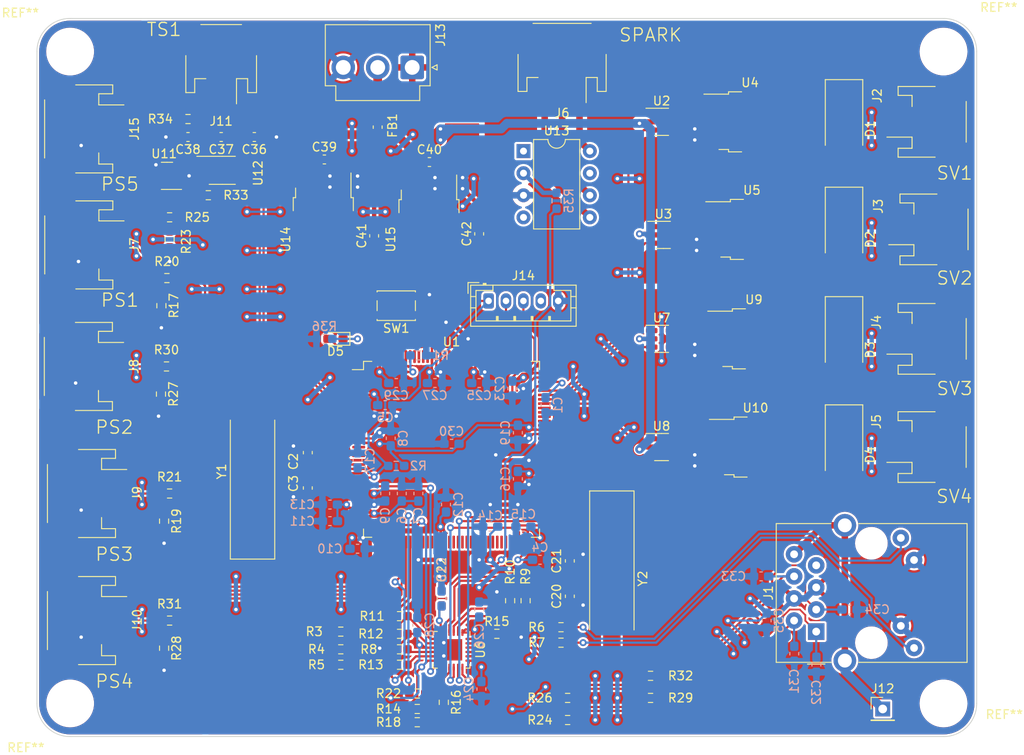
<source format=kicad_pcb>
(kicad_pcb (version 20211014) (generator pcbnew)
  (layers (0 "F.Cu" signal) (31 "B.Cu" signal) (34 "B.Paste" user) (35 "F.Paste" user) (36 "B.SilkS" user "B.Silkscreen") (37 "F.SilkS" user "F.Silkscreen") (38 "B.Mask" user) (39 "F.Mask" user) (44 "Edge.Cuts" user))
  (net 0 "")
  (net 1 "GND")
  (net 2 "Net-(C1-Pad2)")
  (net 3 "Net-(C2-Pad2)")
  (net 4 "Net-(C3-Pad2)")
  (net 5 "Net-(C4-Pad2)")
  (net 6 "VBAT")
  (net 7 "RST")
  (net 8 "Net-(C18-Pad2)")
  (net 9 "Net-(C20-Pad2)")
  (net 10 "Net-(C21-Pad2)")
  (net 11 "/TX-")
  (net 12 "/TX+")
  (net 13 "/RX-")
  (net 14 "/RX+")
  (net 15 "TS1+")
  (net 16 "TS1-")
  (net 17 "+12V")
  (net 18 "+5V")
  (net 19 "SV1")
  (net 20 "SV2")
  (net 21 "Vdrive")
  (net 22 "SV3")
  (net 23 "SV4")
  (net 24 "Net-(FB1-Pad2)")
  (net 25 "Earth")
  (net 26 "ETH_LED2")
  (net 27 "ETH_LED1")
  (net 29 "SPARK_VCC")
  (net 30 "SPARK_GND")
  (net 31 "SPARK")
  (net 32 "PS1")
  (net 33 "PS2")
  (net 34 "PS3")
  (net 35 "PS4")
  (net 36 "SWCLK")
  (net 37 "SWDIO")
  (net 39 "Net-(R1-Pad2)")
  (net 40 "ETH_RXD1")
  (net 41 "ETH_RXD0")
  (net 42 "ETH_CRS_DV")
  (net 43 "Net-(R6-Pad2)")
  (net 44 "Net-(R10-Pad1)")
  (net 45 "Net-(R8-Pad2)")
  (net 46 "Net-(R13-Pad2)")
  (net 47 "ETH_MDIO")
  (net 48 "Net-(R15-Pad1)")
  (net 49 "Net-(R16-Pad1)")
  (net 50 "ADC1_IN3")
  (net 51 "Net-(R18-Pad1)")
  (net 52 "ADC2_IN5")
  (net 53 "ETH_REF_CLK")
  (net 54 "ADC3_IN8")
  (net 55 "ADC1_IN4")
  (net 56 "ADC2_IN6")
  (net 57 "Net-(R33-Pad1)")
  (net 58 "SPARK_CTRL")
  (net 59 "Net-(R35-Pad2)")
  (net 76 "ADC3_IN7")
  (net 78 "ETH_MDC")
  (net 101 "ETH_TX_EN")
  (net 102 "ETH_TXD0")
  (net 103 "ETH_TXD1")
  (net 126 "SV4_CTRL")
  (net 127 "SV3_CTRL")
  (net 128 "SV2_CTRL")
  (net 129 "SV1_CTRL")
  (net 159 "Net-(U2-Pad5)")
  (net 161 "Net-(U3-Pad5)")
  (net 163 "Net-(U7-Pad5)")
  (net 165 "Net-(U10-Pad1)")
  (net 170 "Net-(R11-Pad2)")
  (net 171 "Net-(R12-Pad1)")
  (net 172 "PS5")
  (net 173 "Net-(D5-Pad1)")
  (net 174 "Net-(D5-Pad2)")
  (footprint "Resistor_SMD:R_0603_1608Metric_Pad0.98x0.95mm_HandSolder" (layer "F.Cu") (at 116.205 109.22 -90)
    (fp_text reference "R28")
    (fp_text value "1.5K")
  )
  (footprint "Resistor_SMD:R_0603_1608Metric_Pad0.98x0.95mm_HandSolder" (layer "F.Cu") (at 161.798 106.807 180)
    (fp_text reference "R6")
    (fp_text value "150")
  )
  (footprint "Diode_SMD:D_SMA-SMB_Universal_Handsoldering" (layer "F.Cu") (at 194.31 73.66 -90)
    (fp_text reference "D3")
    (fp_text value "D_Small")
  )
  (footprint "Resistor_SMD:R_0603_1608Metric_Pad0.98x0.95mm_HandSolder" (layer "F.Cu") (at 116.4825 76.835 180)
    (fp_text reference "R30")
    (fp_text value "750")
  )
  (footprint "Resistor_SMD:R_0603_1608Metric_Pad0.98x0.95mm_HandSolder" (layer "F.Cu") (at 154.432 107.569)
    (fp_text reference "R15")
    (fp_text value "12.1K")
  )
  (footprint "Diode_SMD:D_SMA-SMB_Universal_Handsoldering" (layer "F.Cu") (at 194.31 48.715 -90)
    (fp_text reference "D1")
    (fp_text value "D_Small")
  )
  (footprint "Package_SO:MSOP-8_3x3mm_P0.65mm" (layer "F.Cu") (at 122.8875 54.29)
    (fp_text reference "U12")
    (fp_text value "AD8495")
  )
  (footprint "Capacitor_SMD:C_0603_1608Metric_Pad1.08x0.95mm_HandSolder" (layer "F.Cu") (at 132.715 86.741 -90)
    (fp_text reference "C2")
    (fp_text value "23pF")
  )
  (footprint "Capacitor_SMD:C_0603_1608Metric_Pad1.08x0.95mm_HandSolder" (layer "F.Cu") (at 152.4 61.595 90)
    (fp_text reference "C42")
    (fp_text value "10uF")
  )
  (footprint "Crystal:Crystal_SMD_HC49-SD_HandSoldering" (layer "F.Cu") (at 126.365 88.9 90)
    (fp_text reference "Y1")
    (fp_text value "25 MHz")
  )
  (footprint "Capacitor_SMD:C_0603_1608Metric_Pad1.08x0.95mm_HandSolder" (layer "F.Cu") (at 140.7414 49.3268 90)
    (fp_text reference "FB1")
    (fp_text value "FerriteBead_Small")
  )
  (footprint "Capacitor_SMD:C_0603_1608Metric_Pad1.08x0.95mm_HandSolder" (layer "F.Cu") (at 132.715 90.805 90)
    (fp_text reference "C3")
    (fp_text value "23pF")
  )
  (footprint "Resistor_SMD:R_0603_1608Metric_Pad0.98x0.95mm_HandSolder" (layer "F.Cu") (at 162.56 114.935 180)
    (fp_text reference "R26")
    (fp_text value "49.9 1%")
  )
  (footprint "Connector_JST:JST_PH_S2B-PH-SM4-TB_1x02-1MP_P2.00mm_Horizontal" (layer "F.Cu") (at 122.7625 42.045 180)
    (fp_text reference "J11")
    (fp_text value "Conn_01x02_Female")
  )
  (footprint "custom_footprints:TO-252-3_TabPin2-HandSolder" (layer "F.Cu") (at 183.725 61.08)
    (fp_text reference "U5")
    (fp_text value "IPD60R600")
  )
  (footprint "Package_TO_SOT_SMD:TO-252-2" (layer "F.Cu") (at 146.6342 60.13 -90)
    (fp_text reference "U15")
    (fp_text value "NCP1117-3.3_TO252")
  )
  (footprint "LED_SMD:LED_0603_1608Metric_Pad1.05x0.95mm_HandSolder" (layer "F.Cu") (at 135.89 73.66 180)
    (fp_text reference "D5")
    (fp_text value "LED_Small")
  )
  (footprint "Resistor_SMD:R_0603_1608Metric_Pad0.98x0.95mm_HandSolder" (layer "F.Cu") (at 172.085 112.395 180)
    (fp_text reference "R32")
    (fp_text value "49.9 1%")
  )
  (footprint "Resistor_SMD:R_0603_1608Metric_Pad0.98x0.95mm_HandSolder" (layer "F.Cu") (at 116.53 66.675 180)
    (fp_text reference "R20")
    (fp_text value "750")
  )
  (footprint "Resistor_SMD:R_0603_1608Metric_Pad0.98x0.95mm_HandSolder" (layer "F.Cu") (at 136.5015 107.315 180)
    (fp_text reference "R3")
    (fp_text value "10K")
  )
  (footprint "Connector_JST:JST_PH_S3B-PH-SM4-TB_1x03-1MP_P2.00mm_Horizontal" (layer "F.Cu") (at 107.315 91.44 -90)
    (fp_text reference "J9")
    (fp_text value "Conn_01x03_Female")
  )
  (footprint "Package_TO_SOT_SMD:SOT-23-5" (layer "F.Cu") (at 173.35 86.1)
    (fp_text reference "U8")
    (fp_text value "MCP1416")
  )
  (footprint "Resistor_SMD:R_0603_1608Metric_Pad0.98x0.95mm_HandSolder" (layer "F.Cu") (at 121.285 57.15)
    (fp_text reference "R33")
    (fp_text value "1K")
  )
  (footprint "Capacitor_SMD:C_0603_1608Metric_Pad1.08x0.95mm_HandSolder" (layer "F.Cu") (at 148.082 103.505 -90)
    (fp_text reference "C22")
    (fp_text value "470pF")
  )
  (footprint "Connector_RJ:RJ45_Amphenol_RJMG1BD3B8K1ANR" (layer "F.Cu") (at 191.115 107.315 90)
    (fp_text reference "J1")
    (fp_text value "RJ45_Amphenol_RJMG1BD3B8K1ANR")
  )
  (footprint "MountingHole:MountingHole_2.5mm" (layer "F.Cu") (at 105.41 115.57)
    (fp_text reference "REF**")
    (fp_text value "MountingHole_2.5mm")
  )
  (footprint "Connector_JST:JST_PH_S3B-PH-SM4-TB_1x03-1MP_P2.00mm_Horizontal" (layer "F.Cu") (at 106.9575 76.835 -90)
    (fp_text reference "J8")
    (fp_text value "Conn_01x03_Female")
  )
  (footprint "MountingHole:MountingHole_2.5mm" (layer "F.Cu") (at 205.74 40.64)
    (fp_text reference "REF**")
    (fp_text value "MountingHole_2.5mm")
  )
  (footprint "Resistor_SMD:R_0603_1608Metric_Pad0.98x0.95mm_HandSolder" (layer "F.Cu") (at 143.256 111.125)
    (fp_text reference "R13")
    (fp_text value "33")
  )
  (footprint "Diode_SMD:D_SMA-SMB_Universal_Handsoldering" (layer "F.Cu") (at 194.31 86.1 -90)
    (fp_text reference "D4")
    (fp_text value "D_Small")
  )
  (footprint "Resistor_SMD:R_0603_1608Metric_Pad0.98x0.95mm_HandSolder" (layer "F.Cu") (at 161.798 108.585 180)
    (fp_text reference "R7")
    (fp_text value "150")
  )
  (footprint "Connector_JST:JST_PH_S2B-PH-SM4-TB_1x02-1MP_P2.00mm_Horizontal" (layer "F.Cu") (at 204.045 61.08 90)
    (fp_text reference "J3")
    (fp_text value "Conn_01x02_Female")
  )
  (footprint "Resistor_SMD:R_0603_1608Metric_Pad0.98x0.95mm_HandSolder" (layer "F.Cu") (at 116.205 94.615 -90)
    (fp_text reference "R19")
    (fp_text value "1.5K")
  )
  (footprint "Resistor_SMD:R_0603_1608Metric_Pad0.98x0.95mm_HandSolder" (layer "F.Cu") (at 116.84 106.045 180)
    (fp_text reference "R31")
    (fp_text value "750")
  )
  (footprint "Connector_JST:JST_PH_S2B-PH-SM4-TB_1x02-1MP_P2.00mm_Horizontal" (layer "F.Cu") (at 203.835 48.715 90)
    (fp_text reference "J2")
    (fp_text value "Conn_01x02_Female")
  )
  (footprint "Package_DFN_QFN:VQFN-24-1EP_4x4mm_P0.5mm_EP2.45x2.45mm" (layer "F.Cu") (at 149.225 109.405 -90)
    (fp_text reference "U6")
    (fp_text value "LAN8742")
  )
  (footprint "Resistor_SMD:R_0603_1608Metric_Pad0.98x0.95mm_HandSolder" (layer "F.Cu") (at 145.288 117.729 180)
    (fp_text reference "R18")
    (fp_text value "10K")
  )
  (footprint "Resistor_SMD:R_0603_1608Metric_Pad0.98x0.95mm_HandSolder" (layer "F.Cu") (at 148.336 115.443 -90)
    (fp_text reference "R16")
    (fp_text value "10K")
  )
  (footprint "Resistor_SMD:R_0603_1608Metric_Pad0.98x0.95mm_HandSolder" (layer "F.Cu") (at 143.256 105.537)
    (fp_text reference "R11")
    (fp_text value "33")
  )
  (footprint "Connector_JST:JST_PH_B5B-PH-K_1x05_P2.00mm_Vertical" (layer "F.Cu") (at 153.48 69.3)
    (fp_text reference "J14")
    (fp_text value "Conn_01x05_Female")
  )
  (footprint "Capacitor_SMD:C_0603_1608Metric_Pad1.08x0.95mm_HandSolder" (layer "F.Cu") (at 134.62 53.042)
    (fp_text reference "C39")
    (fp_text value "10uF")
  )
  (footprint "custom_footprints:TO-252-3_TabPin2-HandSolder" (layer "F.Cu") (at 183.515 48.715)
    (fp_text reference "U4")
    (fp_text value "IPD60R600")
  )
  (footprint "Package_TO_SOT_SMD:TO-252-2" (layer "F.Cu") (at 134.493 59.9 -90)
    (fp_text reference "U14")
    (fp_text value "NCP1117-5.0_TO252")
  )
  (footprint "Capacitor_SMD:C_0603_1608Metric_Pad1.08x0.95mm_HandSolder" (layer "F.Cu") (at 140.335 61.8225 90)
    (fp_text reference "C41")
    (fp_text value "10uF")
  )
  (footprint "Resistor_SMD:R_0603_1608Metric_Pad0.98x0.95mm_HandSolder" (layer "F.Cu") (at 162.56 117.475 180)
    (fp_text reference "R24")
    (fp_text value "49.9 1%")
  )
  (footprint "Package_TO_SOT_SMD:SOT-23-5" (layer "F.Cu") (at 173.355 73.66)
    (fp_text reference "U7")
    (fp_text value "MCP1416")
  )
  (footprint "Connector_JST:JST_PH_S3B-PH-SM4-TB_1x03-1MP_P2.00mm_Horizontal" (layer "F.Cu") (at 107.005 62.865 -90)
    (fp_text reference "J7")
    (fp_text value "Conn_01x03_Female")
  )
  (footprint "Resistor_SMD:R_0603_1608Metric_Pad0.98x0.95mm_HandSolder" (layer "F.Cu") (at 116.84 59.69 180)
    (fp_text reference "R25")
    (fp_text value "750")
  )
  (footprint "Resistor_SMD:R_0603_1608Metric_Pad0.98x0.95mm_HandSolder" (layer "F.Cu") (at 116.84 62.23 -90)
    (fp_text reference "R23")
    (fp_text value "1.5K")
  )
  (footprint "Connector_JST:JST_PH_S3B-PH-SM4-TB_1x03-1MP_P2.00mm_Horizontal" (layer "F.Cu") (at 107.315 106.045 -90)
    (fp_text reference "J10")
    (fp_text value "Conn_01x03_Female")
  )
  (footprint "MountingHole:MountingHole_2.5mm" (layer "F.Cu") (at 205.74 115.57)
    (fp_text reference "REF**")
    (fp_text value "MountingHole_2.5mm")
  )
  (footprint "Connector_JST:JST_PH_S2B-PH-SM4-TB_1x02-1MP_P2.00mm_Horizontal" (layer "F.Cu") (at 203.83 86.1 90)
    (fp_text reference "J5")
    (fp_text value "Conn_01x02_Female")
  )
  (footprint "Resistor_SMD:R_0603_1608Metric_Pad0.98x0.95mm_HandSolder" (layer "F.Cu") (at 143.256 109.347)
    (fp_text reference "R8")
    (fp_text value "10K")
  )
  (footprint "Package_QFP:LQFP-144_20x20mm_P0.5mm" (layer "F.Cu") (at 149.225 86.36)
    (fp_text reference "U1")
    (fp_text value "STM32F407ZETx")
  )
  (footprint "Capacitor_SMD:C_0603_1608Metric_Pad1.08x0.95mm_HandSolder" (layer "F.Cu") (at 162.814 99.187 -90)
    (fp_text reference "C21")
    (fp_text value "27pF")
  )
  (footprint "Capacitor_SMD:C_0603_1608Metric_Pad1.08x0.95mm_HandSolder" (layer "F.Cu") (at 126.5725 50.46 180)
    (fp_text reference "C36")
    (fp_text value "10nF")
  )
  (footprint "Package_DIP:DIP-8_W7.62mm" (layer "F.Cu") (at 157.49 52.08)
    (fp_text reference "U13")
    (fp_text value "TLP250")
  )
  (footprint "Package_TO_SOT_SMD:SOT-23-5" (layer "F.Cu") (at 173.355 48.715)
    (fp_text reference "U2")
    (fp_text value "MCP1416")
  )
  (footprint "Capacitor_SMD:C_0603_1608Metric_Pad1.08x0.95mm_HandSolder" (layer "F.Cu") (at 122.7625 50.46 180)
    (fp_text reference "C37")
    (fp_text value "100nF")
  )
  (footprint "Resistor_SMD:R_0603_1608Metric_Pad0.98x0.95mm_HandSolder" (layer "F.Cu") (at 136.5015 111.125 180)
    (fp_text reference "R5")
    (fp_text value "10K")
  )
  (footprint "Package_TO_SOT_SMD:SOT-23-5" (layer "F.Cu") (at 173.565 61.715)
    (fp_text reference "U3")
    (fp_text value "MCP1416")
  )
  (footprint "Diode_SMD:D_SMA-SMB_Universal_Handsoldering" (layer "F.Cu") (at 194.31 61.08 -90)
    (fp_text reference "D2")
    (fp_text value "D_Small")
  )
  (footprint "Connector_PinHeader_2.54mm:PinHeader_1x01_P2.54mm_Vertical" (layer "F.Cu") (at 198.755 116.205)
    (fp_text reference "J12")
    (fp_text value "Conn_01x01")
  )
  (footprint "Resistor_SMD:R_0603_1608Metric_Pad0.98x0.95mm_HandSolder" (layer "F.Cu") (at 136.5015 109.347 180)
    (fp_text reference "R4")
    (fp_text value "10K")
  )
  (footprint "Connector_JST:JST_PH_S2B-PH-SM4-TB_1x02-1MP_P2.00mm_Horizontal" (layer "F.Cu") (at 203.835 73.66 90)
    (fp_text reference "J4")
    (fp_text value "Conn_01x02_Female")
  )
  (footprint "Resistor_SMD:R_0603_1608Metric_Pad0.98x0.95mm_HandSolder" (layer "F.Cu") (at 143.256 107.569 180)
    (fp_text reference "R12")
    (fp_text value "33")
  )
  (footprint "Capacitor_SMD:C_0603_1608Metric_Pad1.08x0.95mm_HandSolder" (layer "F.Cu") (at 162.814 103.251 90)
    (fp_text reference "C20")
    (fp_text value "27pF")
  )
  (footprint "MountingHole:MountingHole_2.5mm" (layer "F.Cu") (at 105.41 40.64)
    (fp_text reference "REF**")
    (fp_text value "MountingHole_2.5mm")
  )
  (footprint "Resistor_SMD:R_0603_1608Metric_Pad0.98x0.95mm_HandSolder" (layer "F.Cu") (at 115.8475 80.01 -90)
    (fp_text reference "R27")
    (fp_text value "1.5K")
  )
  (footprint "Resistor_SMD:R_0603_1608Metric_Pad0.98x0.95mm_HandSolder" (layer "F.Cu") (at 157.734 103.759 90)
    (fp_text reference "R9")
    (fp_text value "10K")
  )
  (footprint "Resistor_SMD:R_0603_1608Metric_Pad0.98x0.95mm_HandSolder" (layer "F.Cu") (at 116.84 91.44 180)
    (fp_text reference "R21")
    (fp_text value "750")
  )
  (footprint "Crystal:Crystal_SMD_HC49-SD_HandSoldering" (layer "F.Cu") (at 167.64 101.219 -90)
    (fp_text reference "Y2")
    (fp_text value "25 MHz")
  )
  (footprint "Capacitor_SMD:C_0603_1608Metric_Pad1.08x0.95mm_HandSolder" (layer "F.Cu") (at 118.9525 50.46 180)
    (fp_text reference "C38")
    (fp_text value "10nF")
  )
  (footprint "Resistor_SMD:R_0603_1608Metric_Pad0.98x0.95mm_HandSolder" (layer "F.Cu") (at 118.9525 48.395 180)
    (fp_text reference "R34")
    (fp_text value "1M")
  )
  (footprint "Button_Switch_SMD:SW_SPST_PTS810" (layer "F.Cu") (at 142.875 69.85 180)
    (fp_text reference "SW1")
    (fp_text value "SW_RST")
  )
  (footprint "Resistor_SMD:R_0603_1608Metric_Pad0.98x0.95mm_HandSolder" (layer "F.Cu") (at 115.895 69.85 -90)
    (fp_text reference "R17")
    (fp_text value "1.5K")
  )
  (footprint "Resistor_SMD:R_0603_1608Metric_Pad0.98x0.95mm_HandSolder" (layer "F.Cu") (at 172.085 114.935 180)
    (fp_text reference "R29")
    (fp_text value "49.9 1%")
  )
  (footprint "Connector_JST:JST_VH_B3P-VH-B_1x03_P3.96mm_Vertical" (layer "F.Cu") (at 144.7075 42.46 180)
    (fp_text reference "J13")
    (fp_text value "Conn_01x03_Male")
  )
  (footprint "Capacitor_SMD:C_0603_1608Metric_Pad1.08x0.95mm_HandSolder" (layer "F.Cu") (at 146.685 53.34)
    (fp_text reference "C40")
    (fp_text value "10uF")
  )
  (footprint "Package_TO_SOT_SMD:SOT-23" (layer "F.Cu") (at 116.5375 54.925 180)
    (fp_text reference "U11")
    (fp_text value "TL431DBZ")
  )
  (footprint "Resistor_SMD:R_0603_1608Metric_Pad0.98x0.95mm_HandSolder" (layer "F.Cu") (at 155.956 103.759 90)
    (fp_text reference "R10")
    (fp_text value "10K")
  )
  (footprint "custom_footprints:TO-252-3_TabPin2-HandSolder" (layer "F.Cu") (at 183.955 73.66)
    (fp_text reference "U9")
    (fp_text value "IPD60R600")
  )
  (footprint "Connector_JST:JST_PH_S3B-PH-SM4-TB_1x03-1MP_P2.00mm_Horizontal" (layer "F.Cu") (at 106.991015 49.53 -90)
    (fp_text reference "J15")
    (fp_text value "Conn_01x03_Female")
  )
  (footprint "Connector_JST:JST_PH_S3B-PH-SM4-TB_1x03-1MP_P2.00mm_Horizontal" (layer "F.Cu") (at 161.925 41.91 180)
    (fp_text reference "J6")
    (fp_text value "Conn_01x03_Female")
  )
  (footprint "Resistor_SMD:R_0603_1608Metric_Pad0.98x0.95mm_HandSolder" (layer "F.Cu") (at 145.288 116.205 180)
    (fp_text reference "R14")
    (fp_text value "1.5K")
  )
  (footprint "custom_footprints:TO-252-3_TabPin2-HandSolder" (layer "F.Cu") (at 184.145 86.1)
    (fp_text reference "U10")
    (fp_text value "IPD60R600")
  )
  (footprint "Resistor_SMD:R_0603_1608Metric_Pad0.98x0.95mm_HandSolder" (layer "F.Cu") (at 145.288 114.427 180)
    (fp_text reference "R22")
    (fp_text value "33")
  )
  (footprint "Capacitor_SMD:C_0603_1608Metric_Pad1.08x0.95mm_HandSolder" (layer "B.Cu") (at 142.24 85.09 90)
    (fp_text reference "C8")
    (fp_text value "100nF")
  )
  (footprint "Capacitor_SMD:C_0603_1608Metric_Pad1.08x0.95mm_HandSolder" (layer "B.Cu") (at 153.67 95.25 180)
    (fp_text reference "C14")
    (fp_text value "100nF")
  )
  (footprint "Capacitor_SMD:C_0603_1608Metric_Pad1.08x0.95mm_HandSolder" (layer "B.Cu") (at 141.605 81.28)
    (fp_text reference "C5")
    (fp_text value "100nF")
  )
  (footprint "Capacitor_SMD:C_0603_1608Metric_Pad1.08x0.95mm_HandSolder" (layer "B.Cu") (at 138.43 97.79)
    (fp_text reference "C10")
    (fp_text value "100nF")
  )
  (footprint "Capacitor_SMD:C_0603_1608Metric_Pad1.08x0.95mm_HandSolder" (layer "B.Cu") (at 141.605 91.44 -90)
    (fp_text reference "C9")
    (fp_text value "100nF")
  )
  (footprint "Capacitor_SMD:C_0603_1608Metric_Pad1.08x0.95mm_HandSolder" (layer "B.Cu") (at 135.255 94.615 180)
    (fp_text reference "C11")
    (fp_text value "100nF")
  )
  (footprint "Capacitor_SMD:C_0603_1608Metric_Pad1.08x0.95mm_HandSolder" (layer "B.Cu") (at 152.4 78.74)
    (fp_text reference "C25")
    (fp_text value "100nF")
  )
  (footprint "Capacitor_SMD:C_0603_1608Metric_Pad1.08x0.95mm_HandSolder" (layer "B.Cu") (at 149.225 85.725 180)
    (fp_text reference "C30")
    (fp_text value "4.7uF")
  )
  (footprint "Capacitor_SMD:C_0603_1608Metric_Pad1.08x0.95mm_HandSolder" (layer "B.Cu") (at 147.32 78.74)
    (fp_text reference "C27")
    (fp_text value "100nF")
  )
  (footprint "Capacitor_SMD:C_0603_1608Metric_Pad1.08x0.95mm_HandSolder" (layer "B.Cu") (at 184.785 100.965 180)
    (fp_text reference "C33")
    (fp_text value "10pF DNP")
  )
  (footprint "Resistor_SMD:R_0603_1608Metric_Pad0.98x0.95mm_HandSolder" (layer "B.Cu") (at 145.415 75.565 180)
    (fp_text reference "R1")
    (fp_text value "10K")
  )
  (footprint "Capacitor_SMD:C_0603_1608Metric_Pad1.08x0.95mm_HandSolder" (layer "B.Cu") (at 135.255 92.71 180)
    (fp_text reference "C13")
    (fp_text value "1uF")
  )
  (footprint "Capacitor_SMD:C_0603_1608Metric_Pad1.08x0.95mm_HandSolder" (layer "B.Cu") (at 145.415 91.44 90)
    (fp_text reference "C7")
    (fp_text value "1uF")
  )
  (footprint "Capacitor_SMD:C_0603_1608Metric_Pad1.08x0.95mm_HandSolder" (layer "B.Cu") (at 160.02 81.28 90)
    (fp_text reference "C1")
    (fp_text value "2.2uF")
  )
  (footprint "Capacitor_SMD:C_0603_1608Metric_Pad1.08x0.95mm_HandSolder" (layer "B.Cu") (at 191.135 111.125 -90)
    (fp_text reference "C32")
    (fp_text value "10pF DNP")
  )
  (footprint "Capacitor_SMD:C_0603_1608Metric_Pad1.08x0.95mm_HandSolder" (layer "B.Cu") (at 185.42 106.045 90)
    (fp_text reference "C35")
    (fp_text value "22nF")
  )
  (footprint "Capacitor_SMD:C_0603_1608Metric_Pad1.08x0.95mm_HandSolder" (layer "B.Cu") (at 152.654 113.919 -90)
    (fp_text reference "C24")
    (fp_text value "10nF")
  )
  (footprint "Capacitor_SMD:C_0603_1608Metric_Pad1.08x0.95mm_HandSolder" (layer "B.Cu") (at 145.288 106.553 90)
    (fp_text reference "C28")
    (fp_text value "10nF")
  )
  (footprint "Capacitor_SMD:C_0603_1608Metric_Pad1.08x0.95mm_HandSolder" (layer "B.Cu") (at 156.21 79.375 -90)
    (fp_text reference "C23")
    (fp_text value "100nF")
  )
  (footprint "Capacitor_SMD:C_0603_1608Metric_Pad1.08x0.95mm_HandSolder" (layer "B.Cu") (at 138.43 87.63 90)
    (fp_text reference "C17")
    (fp_text value "100nF")
  )
  (footprint "Resistor_SMD:R_0603_1608Metric_Pad0.98x0.95mm_HandSolder" (layer "B.Cu") (at 134.62 73.66 180)
    (fp_text reference "R36")
    (fp_text value "220")
  )
  (footprint "Capacitor_SMD:C_0603_1608Metric_Pad1.08x0.95mm_HandSolder" (layer "B.Cu") (at 142.875 78.74)
    (fp_text reference "C29")
    (fp_text value "100nF")
  )
  (footprint "Capacitor_SMD:C_0603_1608Metric_Pad1.08x0.95mm_HandSolder" (layer "B.Cu") (at 156.845 89.7625 -90)
    (fp_text reference "C16")
    (fp_text value "100nF")
  )
  (footprint "Capacitor_SMD:C_0603_1608Metric_Pad1.08x0.95mm_HandSolder" (layer "B.Cu") (at 156.845 84.455 -90)
    (fp_text reference "C19")
    (fp_text value "100nF")
  )
  (footprint "Capacitor_SMD:C_0603_1608Metric_Pad1.08x0.95mm_HandSolder" (layer "B.Cu") (at 188.595 109.855 -90)
    (fp_text reference "C31")
    (fp_text value "10pF DNP")
  )
  (footprint "Capacitor_SMD:C_0603_1608Metric_Pad1.08x0.95mm_HandSolder" (layer "B.Cu") (at 148.082 103.505 -90)
    (fp_text reference "C18")
    (fp_text value "1uF")
  )
  (footprint "Resistor_SMD:R_0603_1608Metric_Pad0.98x0.95mm_HandSolder" (layer "B.Cu") (at 142.875 88.265 180)
    (fp_text reference "R2")
    (fp_text value "10K")
  )
  (footprint "Resistor_SMD:R_0603_1608Metric_Pad0.98x0.95mm_HandSolder" (layer "B.Cu") (at 161.29 57.785 90)
    (fp_text reference "R35")
    (fp_text value "350")
  )
  (footprint "Capacitor_SMD:C_0603_1608Metric_Pad1.08x0.95mm_HandSolder" (layer "B.Cu") (at 157.48 95.25 180)
    (fp_text reference "C15")
    (fp_text value "100nF")
  )
  (footprint "Capacitor_SMD:C_0603_1608Metric_Pad1.08x0.95mm_HandSolder" (layer "B.Cu") (at 152.4 104.775 90)
    (fp_text reference "C26")
    (fp_text value "10nF")
  )
  (footprint "Capacitor_SMD:C_0603_1608Metric_Pad1.08x0.95mm_HandSolder" (layer "B.Cu") (at 148.59 92.71 90)
    (fp_text reference "C12")
    (fp_text value "100nF")
  )
  (footprint "Capacitor_SMD:C_0603_1608Metric_Pad1.08x0.95mm_HandSolder" (layer "B.Cu") (at 194.945 104.775)
    (fp_text reference "C34")
    (fp_text value "10pF DNP")
  )
  (footprint "Capacitor_SMD:C_0603_1608Metric_Pad1.08x0.95mm_HandSolder" (layer "B.Cu") (at 159.385 99.06 180)
    (fp_text reference "C4")
    (fp_text value "2.2uF")
  )
  (footprint "Capacitor_SMD:C_0603_1608Metric_Pad1.08x0.95mm_HandSolder" (layer "B.Cu") (at 143.51 91.44 90)
    (fp_text reference "C6")
    (fp_text value "100nF")
  )
  (gr_arc (start 105.41 119.38) (mid 102.715923 118.264077) (end 101.6 115.57) (layer "Edge.Cuts") (width 0.1))
  (gr_arc (start 205.74 36.83) (mid 208.434077 37.945923) (end 209.55 40.64) (layer "Edge.Cuts") (width 0.1))
  (gr_arc (start 209.55 115.57) (mid 208.434077 118.264077) (end 205.74 119.38) (layer "Edge.Cuts") (width 0.1))
  (gr_arc (start 101.6 40.64) (mid 102.715923 37.945923) (end 105.41 36.83) (layer "Edge.Cuts") (width 0.1))
  (gr_line (start 209.55 115.57) (end 209.55 40.64) (layer "Edge.Cuts") (width 0.1))
  (gr_line (start 105.41 119.38) (end 205.74 119.38) (layer "Edge.Cuts") (width 0.1))
  (gr_line (start 105.41 36.83) (end 205.74 36.83) (layer "Edge.Cuts") (width 0.1))
  (gr_line (start 101.6 40.64) (end 101.6 115.57) (layer "Edge.Cuts") (width 0.1))
  (gr_text "SPARK" (at 172.085 38.735) (layer "F.SilkS") (effects (font (size 1.5 1.5))))
  (gr_text "SV1" (at 207.01 54.61) (layer "F.SilkS") (effects (font (size 1.5 1.5))))
  (gr_text "PS5" (at 111.125 55.88) (layer "F.SilkS") (effects (font (size 1.5 1.5))))
  (gr_text "SV2" (at 207.01 66.675) (layer "F.SilkS") (effects (font (size 1.5 1.5))))
  (gr_text "PS4" (at 110.49 113.03) (layer "F.SilkS") (effects (font (size 1.5 1.5))))
  (gr_text "SV3" (at 207.01 79.375) (layer "F.SilkS") (effects (font (size 1.5 1.5))))
  (gr_text "TS1" (at 116.205 38.1) (layer "F.SilkS") (effects (font (size 1.5 1.5))))
  (gr_text "PS1" (at 111.125 69.215) (layer "F.SilkS") (effects (font (size 1.5 1.5))))
  (gr_text "PS2" (at 110.49 83.82) (layer "F.SilkS") (effects (font (size 1.5 1.5))))
  (gr_text "PS3" (at 110.49 98.425) (layer "F.SilkS") (effects (font (size 1.5 1.5))))
  (gr_text "SV4" (at 206.974777 91.768739) (layer "F.SilkS") (effects (font (size 1.5 1.5))))
  (segment (start 147.5475 53.34) (end 148.59 53.34) (width 0.5) (layer "F.Cu") (net 1))
  (segment (start 136.256 56.217) (end 136.773 55.7) (width 0.5) (layer "F.Cu") (net 1))
  (segment (start 106.68 107.95) (end 110.07 107.95) (width 0.25) (layer "F.Cu") (net 1))
  (segment (start 147.475 97.0225) (end 147.475 98.58) (width 0.25) (layer "F.Cu") (net 1))
  (segment (start 177.11 87.05) (end 177.165 86.995) (width 0.5) (layer "F.Cu") (net 1))
  (segment (start 140.335 58.122) (end 138.43 56.217) (width 0.5) (layer "F.Cu") (net 1))
  (segment (start 177.165 88.265) (end 177.8 88.9) (width 0.5) (layer "F.Cu") (net 1))
  (segment (start 132.6145 85.979) (end 132.715 85.8785) (width 0.25) (layer "F.Cu") (net 1))
  (segment (start 116.205 97.155) (end 116.205 95.5275) (width 0.25) (layer "F.Cu") (net 1))
  (segment (start 155.8525 102.743) (end 155.956 102.8465) (width 0.25) (layer "F.Cu") (net 1))
  (segment (start 118.04 48.395) (end 118.04 50.41) (width 0.25) (layer "F.Cu") (net 1))
  (segment (start 106.14 78.835) (end 109.8075 78.835) (width 0.25) (layer "F.Cu") (net 1))
  (segment (start 141.097 109.347) (end 140.97 109.22) (width 0.25) (layer "F.Cu") (net 1))
  (segment (start 150.495 55.1262) (end 149.718 55.1262) (width 0.5) (layer "F.Cu") (net 1))
  (segment (start 178.55 88.38) (end 179.801 88.38) (width 0.5) (layer "F.Cu") (net 1))
  (segment (start 159.8875 90.11) (end 158.4025 90.11) (width 0.25) (layer "F.Cu") (net 1))
  (segment (start 156.845 92.71) (end 153.67 92.71) (width 0.5) (layer "F.Cu") (net 1))
  (segment (start 136.02 54.947) (end 136.773 55.7) (width 0.5) (layer "F.Cu") (net 1))
  (segment (start 115.895 70.7625) (end 115.895 72.39) (width 0.25) (layer "F.Cu") (net 1))
  (segment (start 109.746015 51.435) (end 109.841015 51.53) (width 0.25) (layer "F.Cu") (net 1))
  (segment (start 177.165 75.565) (end 177.8 76.2) (width 0.5) (layer "F.Cu") (net 1))
  (segment (start 131.064 91.821) (end 132.5615 91.821) (width 0.25) (layer "F.Cu") (net 1))
  (segment (start 147.32 55.1262) (end 148.1104 55.1262) (width 0.5) (layer "F.Cu") (net 1))
  (segment (start 158.595 84.61) (end 158.115 85.09) (width 0.25) (layer "F.Cu") (net 1))
  (segment (start 136.773 53.588) (end 136.773 55.7) (width 0.5) (layer "F.Cu") (net 1))
  (segment (start 140.975 96.25467) (end 140.60533 95.885) (width 0.2) (layer "F.Cu") (net 1))
  (segment (start 176.94 62.665) (end 177.375 62.23) (width 0.5) (layer "F.Cu") (net 1))
  (segment (start 149.225 71.755) (end 151.13 73.66) (width 0.5) (layer "F.Cu") (net 1))
  (segment (start 150.495 56.3962) (end 149.3804 56.3962) (width 0.5) (layer "F.Cu") (net 1))
  (segment (start 157.226 107.95) (end 155.7255 107.95) (width 0.25) (layer "F.Cu") (net 1))
  (segment (start 145.415 99.06) (end 147.955 99.06) (width 0.5) (layer "F.Cu") (net 1))
  (segment (start 177.165 50.8) (end 179.12 50.8) (width 0.5) (layer "F.Cu") (net 1))
  (segment (start 106.775 93.44) (end 110.165 93.44) (width 0.25) (layer "F.Cu") (net 1))
  (segment (start 115.57 82.55) (end 115.57 81.2) (width 0.25) (layer "F.Cu") (net 1))
  (segment (start 120.775 54.615) (end 119.3875 54.615) (width 0.25) (layer "F.Cu") (net 1))
  (segment (start 177.165 74.295) (end 178.81 75.94) (width 0.5) (layer "F.Cu") (net 1))
  (segment (start 177.375 62.23) (end 178.395 62.23) (width 0.5) (layer "F.Cu") (net 1))
  (segment (start 178.63 50.995) (end 179.315 50.995) (width 0.5) (layer "F.Cu") (net 1))
  (segment (start 135.4825 53.042) (end 136.227 53.042) (width 0.5) (layer "F.Cu") (net 1))
  (segment (start 154.94 87.63) (end 154.305 86.995) (width 0.5) (layer "F.Cu") (net 1))
  (segment (start 152.475 76.91) (end 153.035 77.47) (width 0.25) (layer "F.Cu") (net 1))
  (segment (start 147.475 98.58) (end 147.955 99.06) (width 0.25) (layer "F.Cu") (net 1))
  (segment (start 115.57 81.2) (end 115.8475 80.9225) (width 0.25) (layer "F.Cu") (net 1))
  (segment (start 148.9142 53.6642) (end 148.9142 55.93) (width 0.5) (layer "F.Cu") (net 1))
  (segment (start 116.84 63.1425) (end 116.84 64.77) (width 0.25) (layer "F.Cu") (net 1))
  (segment (start 106.37 64.77) (end 109.76 64.77) (width 0.25) (layer "F.Cu") (net 1))
  (segment (start 140.60533 95.885) (end 139.7 95.885) (width 0.2) (layer "F.Cu") (net 1))
  (segment (start 147.32 56.3962) (end 148.448 56.3962) (width 0.5) (layer "F.Cu") (net 1))
  (segment (start 155.956 102.8465) (end 157.734 102.8465) (width 0.25) (layer "F.Cu") (net 1))
  (segment (start 179.385 63.5) (end 179.525 63.36) (width 0.5) (layer "F.Cu") (net 1))
  (segment (start 118.04 50.41) (end 118.09 50.46) (width 0.25) (layer "F.Cu") (net 1))
  (segment (start 139.7 95.885) (end 139.065 96.52) (width 0.2) (layer "F.Cu") (net 1))
  (segment (start 109.76 64.77) (end 109.855 64.865) (width 0.25) (layer "F.Cu") (net 1))
  (segment (start 177.375 63.5) (end 179.385 63.5) (width 0.5) (layer "F.Cu") (net 1))
  (segment (start 148.448 56.3962) (end 148.9142 55.93) (width 0.5) (layer "F.Cu") (net 1))
  (segment (start 138.5625 92.61) (end 140.235 92.61) (width 0.25) (layer "F.Cu") (net 1))
  (segment (start 147.475 76.99) (end 147.955 77.47) (width 0.25) (layer "F.Cu") (net 1))
  (segment (start 179.351 76.2) (end 179.611 75.94) (width 0.5) (layer "F.Cu") (net 1))
  (segment (start 152.4 58.3012) (end 150.495 56.3962) (width 0.5) (layer "F.Cu") (net 1))
  (segment (start 154.432 102.743) (end 155.8525 102.743) (width 0.25) (layer "F.Cu") (net 1))
  (segment (start 138.43 54.947) (end 137.526 54.947) (width 0.5) (layer "F.Cu") (net 1))
  (segment (start 155.7255 107.95) (end 155.3445 107.569) (width 0.25) (layer "F.Cu") (net 1))
  (segment (start 159.8875 78.11) (end 158.745 78.11) (width 0.25) (layer "F.Cu") (net 1))
  (segment (start 110.07 107.95) (end 110.165 108.045) (width 0.25) (layer "F.Cu") (net 1))
  (segment (start 179.281 88.9) (end 179.801 88.38) (width 0.5) (layer "F.Cu") (net 1))
  (segment (start 174.7025 62.665) (end 176.94 62.665) (width 0.5) (layer "F.Cu") (net 1))
  (segment (start 149.718 55.1262) (end 148.9142 55.93) (width 0.5) (layer "F.Cu") (net 1))
  (segment (start 147.475 75.6975) (end 147.475 76.99) (width 0.25) (layer "F.Cu") (net 1))
  (segment (start 158.115 87.63) (end 154.94 87.63) (width 0.5) (layer "F.Cu") (net 1))
  (segment (start 174.4875 87.05) (end 177.11 87.05) (width 0.5) (layer "F.Cu") (net 1))
  (segment (start 162.814 98.3245) (end 164.2375 98.3245) (width 0.25) (layer "F.Cu") (net 1))
  (segment (start 137.29 56.217) (end 136.773 55.7) (width 0.5) (layer "F.Cu") (net 1))
  (segment (start 129.1125 50.46) (end 127.435 50.46) (width 0.25) (layer "F.Cu") (net 1))
  (segment (start 116.4125 50.46) (end 118.09 50.46) (width 0.25) (layer "F.Cu") (net 1))
  (segment (start 131.064 85.979) (end 132.6145 85.979) (width 0.25) (layer "F.Cu") (net 1))
  (segment (start 176.85 74.61) (end 177.165 74.295) (width 0.5) (layer "F.Cu") (net 1))
  (segment (start 177.165 86.995) (end 178.55 88.38) (width 0.5) (layer "F.Cu") (net 1))
  (segment (start 135.255 56.217) (end 136.256 56.217) (width 0.5) (layer "F.Cu") (net 1))
  (segment (start 136.227 53.042) (end 136.773 53.588) (width 0.5) (layer "F.Cu") (net 1))
  (segment (start 152.475 97.0225) (end 152.475 98.985) (width 0.25) (layer "F.Cu") (net 1))
  (segment (start 158.4025 90.11) (end 158.115 90.3975) (width 0.25) (layer "F.Cu") (net 1))
  (segment (start 144.95 68.775) (end 146.49 68.775) (width 0.25) (layer "F.Cu") (net 1))
  (segment (start 142.3435 109.347) (end 141.097 109.347) (width 0.25) (layer "F.Cu") (net 1))
  (segment (start 164.2375 98.3245) (end 164.338 98.425) (width 0.25) (layer "F.Cu") (net 1))
  (segment (start 148.1104 55.1262) (end 148.9142 55.93) (width 0.5) (layer "F.Cu") (net 1))
  (segment (start 152.475 75.6975) (end 152.475 76.91) (width 0.25) (layer "F.Cu") (net 1))
  (segment (start 147.828 102.3885) (end 148.082 102.6425) (width 0.25) (layer "F.Cu") (net 1))
  (segment (start 152.475 98.985) (end 152.4 99.06) (width 0.25) (layer "F.Cu") (net 1))
  (segment (start 177.03 49.665) (end 177.165 49.53) (width 0.5) (layer "F.Cu") (net 1))
  (segment (start 140.235 92.61) (end 140.335 92.71) (width 0.25) (layer "F.Cu") (net 1))
  (segment (start 106.68 93.345) (end 106.775 93.44) (width 0.25) (layer "F.Cu") (net 1))
  (segment (start 140.315 85.11) (end 140.97 84.455) (width 0.25) (layer "F.Cu") (net 1))
  (segment (start 174.4925 74.61) (end 176.85 74.61) (width 0.5) (layer "F.Cu") (net 1))
  (segment (start 140.975 97.0225) (end 140.975 96.25467) (width 0.2) (layer "F.Cu") (net 1))
  (segment (start 106.045 78.74) (end 106.14 78.835) (width 0.25) (layer "F.Cu") (net 1))
  (segment (start 140.8 68.775) (end 144.95 68.775) (width 0.25) (layer "F.Cu") (net 1))
  (segment (start 119.3875 54.615) (end 119.0775 54.925) (width 0.25) (layer "F.Cu") (net 1))
  (segment (start 177.8 76.2) (end 179.351 76.2) (width 0.5) (layer "F.Cu") (net 1))
  (segment (start 152.4 60.7325) (end 152.4 58.3012) (width 0.5) (layer "F.Cu") (net 1))
  (segment (start 140.335 82.55) (end 142.875 82.55) (width 0.5) (layer "F.Cu") (net 1))
  (segment (start 147.828 100.965) (end 147.828 102.3885) (width 0.25) (layer "F.Cu") (net 1))
  (segment (start 106.68 51.435) (end 109.746015 51.435) (width 0.25) (layer "F.Cu") (net 1))
  (segment (start 115.2675 53.655) (end 115.2675 54.5925) (width 0.25) (layer "F.Cu") (net 1))
  (segment (start 135.255 54.947) (end 136.02 54.947) (width 0.5) (layer "F.Cu") (net 1))
  (segment (start 116.205 111.76) (end 116.205 110.1325) (width 0.25) (layer "F.Cu") (net 1))
  (segment (start 162.814 104.1135) (end 164.1845 104.1135) (width 0.25) (layer "F.Cu") (net 1))
  (segment (start 178.395 62.23) (end 179.525 63.36) (width 0.5) (layer "F.Cu") (net 1))
  (segment (start 164.1845 104.1135) (end 164.338 104.267) (width 0.25) (layer "F.Cu") (net 1))
  (segment (start 178.81 75.94) (end 179.611 75.94) (width 0.5) (layer "F.Cu") (net 1))
  (segment (start 146.49 68.775) (end 146.685 68.58) (width 0.25) (layer "F.Cu") (net 1))
  (segment (start 158.745 78.11) (end 157.48 79.375) (width 0.25) (layer "F.Cu") (net 1))
  (segment (start 159.8875 84.61) (end 158.595 84.61) (width 0.25) (layer "F.Cu") (net 1))
  (segment (start 149.3804 56.3962) (end 148.9142 55.93) (width 0.5) (layer "F.Cu") (net 1))
  (segment (start 148.59 71.755) (end 149.225 71.755) (width 0.5) (layer "F.Cu") (net 1))
  (segment (start 137.526 54.947) (end 136.773 55.7) (width 0.5) (layer "F.Cu") (net 1))
  (segment (start 177.165 49.53) (end 178.63 50.995) (width 0.5) (layer "F.Cu") (net 1))
  (segment (start 140.335 60.96) (end 140.335 58.122) (width 0.5) (layer "F.Cu") (net 1))
  (segment (start 174.4925 49.665) (end 177.03 49.665) (width 0.5) (layer "F.Cu") (net 1))
  (segment (start 177.8 88.9) (end 179.281 88.9) (width 0.5) (layer "F.Cu") (net 1))
  (segment (start 138.5625 85.11) (end 140.315 85.11) (width 0.25) (layer "F.Cu") (net 1))
  (segment (start 179.12 50.8) (end 179.315 50.995) (width 0.5) (layer "F.Cu") (net 1))
  (segment (start 132.5615 91.821) (end 132.715 91.6675) (width 0.25) (layer "F.Cu") (net 1))
  (segment (start 148.59 53.34) (end 148.9142 53.6642) (width 0.5) (layer "F.Cu") (net 1))
  (segment (start 115.2675 54.5925) (end 115.6 54.925) (width 0.25) (layer "F.Cu") (net 1))
  (segment (start 138.43 56.217) (end 137.29 56.217) (width 0.5) (layer "F.Cu") (net 1))
  (via (at 177.165 88.265) (size 0.8) (drill 0.4) (layers "F.Cu" "B.Cu") (net 1))
  (via (at 177.375 63.5) (size 0.8) (drill 0.4) (layers "F.Cu" "B.Cu") (net 1))
  (via (at 119.0775 54.925) (size 0.8) (drill 0.4) (layers "F.Cu" "B.Cu") (net 1))
  (via (at 158.115 90.3975) (size 0.8) (drill 0.4) (layers "F.Cu" "B.Cu") (net 1))
  (via (at 140.335 82.55) (size 0.8) (drill 0.4) (layers "F.Cu" "B.Cu") (net 1))
  (via (at 106.68 51.435) (size 0.8) (drill 0.4) (layers "F.Cu" "B.Cu") (net 1))
  (via (at 150.495 55.1262) (size 0.8) (drill 0.4) (layers "F.Cu" "B.Cu") (net 1))
  (via (at 156.845 92.71) (size 0.8) (drill 0.4) (layers "F.Cu" "B.Cu") (net 1))
  (via (at 151.13 73.66) (size 0.8) (drill 0.4) (layers "F.Cu" "B.Cu") (net 1))
  (via (at 153.035 77.47) (size 0.8) (drill 0.4) (layers "F.Cu" "B.Cu") (net 1))
  (via (at 116.205 111.76) (size 0.8) (drill 0.4) (layers "F.Cu" "B.Cu") (net 1))
  (via (at 164.338 98.425) (size 0.8) (drill 0.4) (layers "F.Cu" "B.Cu") (net 1))
  (via (at 148.336 110.109) (size 0.8) (drill 0.4) (layers "F.Cu" "B.Cu") (net 1))
  (via (at 138.43 56.217) (size 0.8) (drill 0.4) (layers "F.Cu" "B.Cu") (net 1))
  (via (at 129.1125 50.46) (size 0.8) (drill 0.4) (layers "F.Cu" "B.Cu") (net 1))
  (via (at 157.226 107.95) (size 0.8) (drill 0.4) (layers "F.Cu" "B.Cu") (net 1))
  (via (at 147.32 56.3962) (size 0.8) (drill 0.4) (layers "F.Cu" "B.Cu") (net 1))
  (via (at 139.065 96.52) (size 0.8) (drill 0.4) (layers "F.Cu" "B.Cu") (net 1))
  (via (at 135.255 54.947) (size 0.8) (drill 0.4) (layers "F.Cu" "B.Cu") (net 1))
  (via (at 115.2675 53.655) (size 0.8) (drill 0.4) (layers "F.Cu" "B.Cu") (net 1))
  (via (at 106.68 107.95) (size 0.8) (drill 0.4) (layers "F.Cu" "B.Cu") (net 1))
  (via (at 138.43 54.947) (size 0.8) (drill 0.4) (layers "F.Cu" "B.Cu") (net 1))
  (via (at 154.432 102.743) (size 0.8) (drill 0.4) (layers "F.Cu" "B.Cu") (net 1))
  (via (at 164.338 104.267) (size 0.8) (drill 0.4) (layers "F.Cu" "B.Cu") (net 1))
  (via (at 131.064 91.821) (size 0.8) (drill 0.4) (layers "F.Cu" "B.Cu") (net 1))
  (via (at 147.828 100.965) (size 0.8) (drill 0.4) (layers "F.Cu" "B.Cu") (net 1))
  (via (at 140.97 84.455) (size 0.8) (drill 0.4) (layers "F.Cu" "B.Cu") (net 1))
  (via (at 147.32 55.1262) (size 0.8) (drill 0.4) (layers "F.Cu" "B.Cu") (net 1))
  (via (at 157.48 79.375) (size 0.8) (drill 0.4) (layers "F.Cu" "B.Cu") (net 1))
  (via (at 116.205 97.155) (size 0.8) (drill 0.4) (layers "F.Cu" "B.Cu") (net 1))
  (via (at 177.375 62.23) (size 0.8) (drill 0.4) (layers "F.Cu" "B.Cu") (net 1))
  (via (at 135.255 56.217) (size 0.8) (drill 0.4) (layers "F.Cu" "B.Cu") (net 1))
  (via (at 106.045 78.74) (size 0.8) (drill 0.4) (layers "F.Cu" "B.Cu") (net 1))
  (via (at 146.685 68.58) (size 0.8) (drill 0.4) (layers "F.Cu" "B.Cu") (net 1))
  (via (at 150.495 56.3962) (size 0.8) (drill 0.4) (layers "F.Cu" "B.Cu") (net 1))
  (via (at 147.955 99.06) (size 0.8) (drill 0.4) (layers "F.Cu" "B.Cu") (net 1))
  (via (at 177.165 50.8) (size 0.8) (drill 0.4) (layers "F.Cu" "B.Cu") (net 1))
  (via (at 115.57 82.55) (size 0.8) (drill 0.4) (layers "F.Cu" "B.Cu") (net 1))
  (via (at 142.875 82.55) (size 0.8) (drill 0.4) (layers "F.Cu" "B.Cu") (net 1))
  (via (at 177.165 75.565) (size 0.8) (drill 0.4) (layers "F.Cu" "B.Cu") (net 1))
  (via (at 177.165 86.995) (size 0.8) (drill 0.4) (layers "F.Cu" "B.Cu") (net 1))
  (via (at 177.165 74.295) (size 0.8) (drill 0.4) (layers "F.Cu" "B.Cu") (net 1))
  (via (at 140.97 109.22) (size 0.8) (drill 0.4) (layers "F.Cu" "B.Cu") (net 1))
  (via (at 153.67 92.71) (size 0.8) (drill 0.4) (layers "F.Cu" "B.Cu") (net 1))
  (via (at 158.115 85.09) (size 0.8) (drill 0.4) (layers "F.Cu" "B.Cu") (net 1))
  (via (at 116.84 64.77) (size 0.8) (drill 0.4) (layers "F.Cu" "B.Cu") (net 1))
  (via (at 140.335 92.71) (size 0.8) (drill 0.4) (layers "F.Cu" "B.Cu") (net 1))
  (via (at 131.064 85.979) (size 0.8) (drill 0.4) (layers "F.Cu" "B.Cu") (net 1))
  (via (at 158.115 87.63) (size 0.8) (drill 0.4) (layers "F.Cu" "B.Cu") (net 1))
  (via (at 106.37 64.77) (size 0.8) (drill 0.4) (layers "F.Cu" "B.Cu") (net 1))
  (via (at 145.415 99.06) (size 0.8) (drill 0.4) (layers "F.Cu" "B.Cu") (net 1))
  (via (at 116.4125 50.46) (size 0.8) (drill 0.4) (layers "F.Cu" "B.Cu") (net 1))
  (via (at 148.336 108.585) (size 0.8) (drill 0.4) (layers "F.Cu" "B.Cu") (net 1))
  (via (at 147.955 77.47) (size 0.8) (drill 0.4) (layers "F.Cu" "B.Cu") (net 1))
  (via (at 115.895 72.39) (size 0.8) (drill 0.4) (layers "F.Cu" "B.Cu") (net 1))
  (via (at 148.59 71.755) (size 0.8) (drill 0.4) (layers "F.Cu" "B.Cu") (net 1))
  (via (at 177.165 49.53) (size 0.8) (drill 0.4) (layers "F.Cu" "B.Cu") (net 1))
  (via (at 152.4 99.06) (size 0.8) (drill 0.4) (layers "F.Cu" "B.Cu") (net 1))
  (via (at 154.305 86.995) (size 0.8) (drill 0.4) (layers "F.Cu" "B.Cu") (net 1))
  (via (at 106.68 93.345) (size 0.8) (drill 0.4) (layers "F.Cu" "B.Cu") (net 1))
  (segment (start 147.955 78.5125) (end 148.1825 78.74) (width 0.25) (layer "B.Cu") (net 1))
  (segment (start 139.2925 97.79) (end 139.2925 96.7475) (width 0.25) (layer "B.Cu") (net 1))
  (segment (start 140.335 92.71) (end 141.1975 92.71) (width 0.25) (layer "B.Cu") (net 1))
  (segment (start 142.0125 84.455) (end 142.24 84.2275) (width 0.25) (layer "B.Cu") (net 1))
  (segment (start 152.8075 98.6525) (end 152.4 99.06) (width 0.25) (layer "B.Cu") (net 1))
  (segment (start 156.21 80.2375) (end 156.6175 80.2375) (width 0.25) (layer "B.Cu") (net 1))
  (segment (start 156.845 85.3175) (end 157.8875 85.3175) (width 0.25) (layer "B.Cu") (net 1))
  (segment (start 147.955 77.47) (end 147.955 78.5125) (width 0.25) (layer "B.Cu") (net 1))
  (segment (start 148.59 91.8475) (end 147.237 93.2005) (width 0.2) (layer "B.Cu") (net 1))
  (segment (start 147.237 93.2005) (end 147.237 98.342) (width 0.2) (layer "B.Cu") (net 1))
  (segment (start 152.8075 95.25) (end 152.8075 98.6525) (width 0.25) (layer "B.Cu") (net 1))
  (segment (start 153.035 78.5125) (end 153.2625 78.74) (width 0.25) (layer "B.Cu") (net 1))
  (segment (start 157.8875 90.625) (end 158.115 90.3975) (width 0.25) (layer "B.Cu") (net 1))
  (segment (start 156.845 90.625) (end 157.8875 90.625) (width 0.25) (layer "B.Cu") (net 1))
  (segment (start 153.035 77.47) (end 153.035 78.5125) (width 0.25) (layer "B.Cu") (net 1))
  (segment (start 156.6175 80.2375) (end 157.48 79.375) (width 0.25) (layer "B.Cu") (net 1))
  (segment (start 157.8875 85.3175) (end 158.115 85.09) (width 0.25) (layer "B.Cu") (net 1))
  (segment (start 141.1975 92.71) (end 141.605 92.3025) (width 0.25) (layer "B.Cu") (net 1))
  (segment (start 140.97 84.455) (end 142.0125 84.455) (width 0.25) (layer "B.Cu") (net 1))
  (segment (start 147.237 98.342) (end 147.955 99.06) (width 0.2) (layer "B.Cu") (net 1))
  (segment (start 139.2925 96.7475) (end 139.065 96.52) (width 0.25) (layer "B.Cu") (net 1))
  (segment (start 159.8875 78.61) (end 161.795 78.61) (width 0.25) (layer "F.Cu") (net 2))
  (segment (start 161.795 78.61) (end 161.925 78.74) (width 0.25) (layer "F.Cu") (net 2))
  (via (at 161.925 78.74) (size 0.8) (drill 0.4) (layers "F.Cu" "B.Cu") (net 2))
  (segment (start 161.6975 78.74) (end 161.925 78.74) (width 0.25) (layer "B.Cu") (net 2))
  (segment (start 160.02 80.4175) (end 161.6975 78.74) (width 0.25) (layer "B.Cu") (net 2))
  (segment (start 138.5625 88.61) (end 133.7215 88.61) (width 0.25) (layer "F.Cu") (net 3))
  (segment (start 128.2965 87.6035) (end 128.27 87.63) (width 0.25) (layer "F.Cu") (net 3))
  (segment (start 133.7215 88.61) (end 132.715 87.6035) (width 0.25) (layer "F.Cu") (net 3))
  (segment (start 132.715 87.6035) (end 128.2965 87.6035) (width 0.25) (layer "F.Cu") (net 3))
  (segment (start 126.365 85.725) (end 126.365 82.9625) (width 0.25) (layer "F.Cu") (net 3))
  (segment (start 128.27 87.63) (end 126.365 85.725) (width 0.25) (layer "F.Cu") (net 3))
  (segment (start 126.365 92.075) (end 126.365 94.8375) (width 0.25) (layer "F.Cu") (net 4))
  (segment (start 132.715 89.9425) (end 128.4975 89.9425) (width 0.25) (layer "F.Cu") (net 4))
  (segment (start 128.4975 89.9425) (end 126.365 92.075) (width 0.25) (layer "F.Cu") (net 4))
  (segment (start 133.5475 89.11) (end 132.715 89.9425) (width 0.25) (layer "F.Cu") (net 4))
  (segment (start 138.5625 89.11) (end 133.5475 89.11) (width 0.25) (layer "F.Cu") (net 4))
  (segment (start 157.475 97.0225) (end 157.475 98.43) (width 0.25) (layer "F.Cu") (net 5))
  (segment (start 157.475 98.43) (end 156.845 99.06) (width 0.25) (layer "F.Cu") (net 5))
  (via (at 156.845 99.06) (size 0.8) (drill 0.4) (layers "F.Cu" "B.Cu") (net 5))
  (segment (start 158.5225 99.06) (end 156.845 99.06) (width 0.25) (layer "B.Cu") (net 5))
  (segment (start 151.93 110.655) (end 152.654 111.379) (width 0.25) (layer "F.Cu") (net 6))
  (segment (start 138.5625 85.61) (end 140.855 85.61) (width 0.25) (layer "F.Cu") (net 6))
  (segment (start 139.665 92.11) (end 140.335 91.44) (width 0.25) (layer "F.Cu") (net 6))
  (segment (start 159.8875 89.61) (end 158.5975 89.61) (width 0.25) (layer "F.Cu") (net 6))
  (segment (start 159.8875 77.61) (end 157.975 77.61) (width 0.25) (layer "F.Cu") (net 6))
  (segment (start 138.5625 93.11) (end 137.56 93.11) (width 0.25) (layer "F.Cu") (net 6))
  (segment (start 147.2375 109.155) (end 145.858 109.155) (width 0.25) (layer "F.Cu") (net 6))
  (segment (start 141.475 96.188984) (end 140.771015 95.485) (width 0.2) (layer "F.Cu") (net 6))
  (segment (start 146.975 75.6975) (end 146.975 77.18) (width 0.25) (layer "F.Cu") (net 6))
  (segment (start 140.475 76.975) (end 140.97 77.47) (width 0.25) (layer "F.Cu") (net 6))
  (segment (start 157.975 77.61) (end 157.48 78.105) (width 0.25) (layer "F.Cu") (net 6))
  (segment (start 158.405 84.11) (end 158.115 83.82) (width 0.25) (layer "F.Cu") (net 6))
  (segment (start 140.475 75.6975) (end 140.475 76.975) (width 0.25) (layer "F.Cu") (net 6))
  (segment (start 137.56 93.11) (end 137.16 92.71) (width 0.25) (layer "F.Cu") (net 6))
  (segment (start 158.8825 97.0225) (end 159.385 96.52) (width 0.25) (layer "F.Cu") (net 6))
  (segment (start 138.495 95.82) (end 137.795 96.52) (width 0.2) (layer "F.Cu") (net 6))
  (segment (start 152.975 97.0225) (end 152.975 98.365) (width 0.25) (layer "F.Cu") (net 6))
  (segment (start 147.975 95.27) (end 147.955 95.25) (width 0.25) (layer "F.Cu") (net 6))
  (segment (start 138.5625 92.11) (end 139.665 92.11) (width 0.25) (layer "F.Cu") (net 6))
  (segment (start 151.2125 110.655) (end 151.93 110.655) (width 0.25) (layer "F.Cu") (net 6))
  (segment (start 138.5625 93.61) (end 140.244077 93.61) (width 0.25) (layer "F.Cu") (net 6))
  (segment (start 140.771015 95.485) (end 139.534314 95.485) (width 0.2) (layer "F.Cu") (net 6))
  (segment (start 140.235 80.11) (end 140.335 80.01) (width 0.25) (layer "F.Cu") (net 6))
  (segment (start 140.855 85.61) (end 140.97 85.725) (width 0.25) (layer "F.Cu") (net 6))
  (segment (start 152.1725 62.23) (end 146.6342 62.23) (width 0.5) (layer "F.Cu") (net 6))
  (segment (start 141.475 97.0225) (end 141.475 96.188984) (width 0.2) (layer "F.Cu") (net 6))
  (segment (start 158.5975 89.61) (end 158.115 89.1275) (width 0.25) (layer "F.Cu") (net 6))
  (segment (start 146.975 77.18) (end 146.685 77.47) (width 0.25) (layer "F.Cu") (net 6))
  (segment (start 152.4 62.4575) (end 152.1725 62.23) (width 0.5) (layer "F.Cu") (net 6))
  (segment (start 152.975 98.365) (end 153.67 99.06) (width 0.25) (layer "F.Cu") (net 6))
  (segment (start 151.975 75.6975) (end 151.975 77.26) (width 0.25) (layer "F.Cu") (net 6))
  (segment (start 145.858 109.155) (end 145.542 108.839) (width 0.25) (layer "F.Cu") (net 6))
  (segment (start 139.199314 95.82) (end 138.495 95.82) (width 0.2) (layer "F.Cu") (net 6))
  (segment (start 151.892 107.061) (end 150.8315 107.061) (width 0.25) (layer "F.Cu") (net 6))
  (segment (start 138.5625 80.11) (end 140.235 80.11) (width 0.25) (layer "F.Cu") (net 6))
  (segment (start 151.975 77.26) (end 151.765 77.47) (width 0.25) (layer "F.Cu") (net 6))
  (segment (start 147.975 97.0225) (end 147.975 95.27) (width 0.25) (layer "F.Cu") (net 6))
  (segment (start 159.8875 84.11) (end 158.405 84.11) (width 0.25) (layer "F.Cu") (net 6))
  (segment (start 139.534314 95.485) (end 139.199314 95.82) (width 0.2) (layer "F.Cu") (net 6))
  (segment (start 140.244077 93.61) (end 140.344694 93.710617) (width 0.25) (layer "F.Cu") (net 6))
  (segment (start 157.975 97.0225) (end 158.8825 97.0225) (width 0.25) (layer "F.Cu") (net 6))
  (segment (start 150.8315 107.061) (end 150.475 107.4175) (width 0.25) (layer "F.Cu") (net 6))
  (via (at 156.21 116.205) (size 0.8) (drill 0.4) (layers "F.Cu" "B.Cu") (net 6))
  (via (at 158.115 110.49) (size 0.8) (drill 0.4) (layers "F.Cu" "B.Cu") (net 6))
  (via (at 173.355 76.2) (size 0.8) (drill 0.4) (layers "F.Cu" "B.Cu") (net 6))
  (via (at 124.46 100.965) (size 0.8) (drill 0.4) (layers "F.Cu" "B.Cu") (net 6))
  (via (at 150.495 58.42) (size 0.8) (drill 0.4) (layers "F.Cu" "B.Cu") (net 6))
  (via (at 125.73 71.12) (size 0.8) (drill 0.4) (layers "F.Cu" "B.Cu") (net 6))
  (via (at 179.705 107.315) (size 0.8) (drill 0.4) (layers "F.Cu" "B.Cu") (net 6))
  (via (at 168.275 117.475) (size 0.8) (drill 0.4) (layers "F.Cu" "B.Cu") (net 6))
  (via (at 166.37 73.66) (size 0.8) (drill 0.4) (layers "F.Cu" "B.Cu") (net 6))
  (via (at 158.115 89.1275) (size 0.8) (drill 0.4) (layers "F.Cu" "B.Cu") (net 6))
  (via (at 140.344694 93.710617) (size 0.8) (drill 0.4) (layers "F.Cu" "B.Cu") (net 6))
  (via (at 170.18 83.82) (size 0.8) (drill 0.4) (layers "F.Cu" "B.Cu") (net 6))
  (via (at 153.67 99.06) (size 0.8) (drill 0.4) (layers "F.Cu" "B.Cu") (net 6))
  (via (at 152.654 111.379) (size 0.8) (drill 0.4) (layers "F.Cu" "B.Cu") (net 6))
  (via (at 168.275 112.395) (size 0.8) (drill 0.4) (layers "F.Cu" "B.Cu") (net 6))
  (via (at 136.525 100.965) (size 0.8) (drill 0.4) (layers "F.Cu" "B.Cu") (net 6))
  (via (at 151.765 55.245) (size 0.8) (drill 0.4) (layers "F.Cu" "B.Cu") (net 6))
  (via (at 165.735 117.475) (size 0.8) (drill 0.4) (layers "F.Cu" "B.Cu") (net 6))
  (via (at 124.46 104.775) (size 0.8) (drill 0.4) (layers "F.Cu" "B.Cu") (net 6))
  (via (at 168.275 114.935) (size 0.8) (drill 0.4) (layers "F.Cu" "B.Cu") (net 6))
  (via (at 140.97 77.47) (size 0.8) (drill 0.4) (layers "F.Cu" "B.Cu") (net 6))
  (via (at 137.795 48.895) (size 0.8) (drill 0.4) (layers "F.Cu" "B.Cu") (net 6))
  (via (at 142.24 114.935) (size 0.8) (drill 0.4) (layers "F.Cu" "B.Cu") (net 6))
  (via (at 158.75 107.95) (size 0.8) (drill 0.4) (layers "F.Cu" "B.Cu") (net 6))
  (via (at 183.515 103.505) (size 0.8) (drill 0.4) (layers "F.Cu" "B.Cu") (net 6))
  (via (at 137.16 92.71) (size 0.8) (drill 0.4) (layers "F.Cu" "B.Cu") (net 6))
  (via (at 159.385 96.52) (size 0.8) (drill 0.4) (layers "F.Cu" "B.Cu") (net 6))
  (via (at 139.065 59.055) (size 0.8) (drill 0.4) (layers "F.Cu" "B.Cu") (net 6))
  (via (at 137.795 96.52) (size 0.8) (drill 0.4) (layers "F.Cu" "B.Cu") (net 6))
  (via (at 164.465 82.55) (size 0.8) (drill 0.4) (layers "F.Cu" "B.Cu") (net 6))
  (via (at 147.955 95.25) (size 0.8) (drill 0.4) (layers "F.Cu" "B.Cu") (net 6))
  (via (at 140.97 85.725) (size 0.8) (drill 0.4) (layers "F.Cu" "B.Cu") (net 6))
  (via (at 160.02 113.665) (size 0.8) (drill 0.4) (layers "F.Cu" "B.Cu") (net 6))
  (via (at 135.255 78.105) (size 0.8) (drill 0.4) (layers "F.Cu" "B.Cu") (net 6))
  (via (at 140.335 80.01) (size 0.8) (drill 0.4) (layers "F.Cu" "B.Cu") (net 6))
  (via (at 151.765 77.47) (size 0.8) (drill 0.4) (layers "F.Cu" "B.Cu") (net 6))
  (via (at 165.735 112.395) (size 0.8) (drill 0.4) (layers "F.Cu" "B.Cu") (net 6))
  (via (at 129.54 71.12) (size 0.8) (drill 0.4) (layers "F.Cu" "B.Cu") (net 6))
  (via (at 168.91 76.2) (size 0.8) (drill 0.4) (layers "F.Cu" "B.Cu") (net 6))
  (via (at 137.795 52.07) (size 0.8) (drill 0.4) (layers "F.Cu" "B.Cu") (net 6))
  (via (at 181.61 109.855) (size 0.8) (drill 0.4) (layers "F.Cu" "B.Cu") (net 6))
  (via (at 141.605 59.055) (size 0.8) (drill 0.4) (layers "F.Cu" "B.Cu") (net 6))
  (via (at 140.335 91.44) (size 0.8) (drill 0.4) (layers "F.Cu" "B.Cu") (net 6))
  (via (at 168.275 85.09) (size 0.8) (drill 0.4) (layers "F.Cu" "B.Cu") (net 6))
  (via (at 136.525 104.775) (size 0.8) (drill 0.4) (layers "F.Cu" "B.Cu") (net 6))
  (via (at 132.715 80.645) (size 0.8) (drill 0.4) (layers "F.Cu" "B.Cu") (net 6))
  (via (at 155.851535 100.080085) (size 0.8) (drill 0.4) (layers "F.Cu" "B.Cu") (net 6))
  (via (at 157.48 78.105) (size 0.8) (drill 0.4) (layers "F.Cu" "B.Cu") (net 6))
  (via (at 165.735 114.935) (size 0.8) (drill 0.4) (layers "F.Cu" "B.Cu") (net 6))
  (via (at 151.892 107.061) (size 0.8) (drill 0.4) (layers "F.Cu" "B.Cu") (net 6))
  (via (at 152.4 102.235) (size 0.8) (drill 0.4) (layers "F.Cu" "B.Cu") (net 6))
  (via (at 164.465 80.01) (size 0.8) (drill 0.4) (layers "F.Cu" "B.Cu") (net 6))
  (via (at 144.78 50.165) (size 0.8) (drill 0.4) (layers "F.Cu" "B.Cu") (net 6))
  (via (at 145.542 108.839) (size 0.8) (drill 0.4) (layers "F.Cu" "B.Cu") (net 6))
  (via (at 180.975 106.045) (size 0.8) (drill 0.4) (layers "F.Cu" "B.Cu") (net 6))
  (via (at 142.24 52.07) (size 0.8) (drill 0.4) (layers "F.Cu" "B.Cu") (net 6))
  (via (at 182.88 108.585) (size 0.8) (drill 0.4) (layers "F.Cu" "B.Cu") (net 6))
  (via (at 158.115 83.82) (size 0.8) (drill 0.4) (layers "F.Cu" "B.Cu") (net 6))
  (via (at 146.685 77.47) (size 0.8) (drill 0.4) (layers "F.Cu" "B.Cu") (net 6))
  (via (at 163.195 76.835) (size 0.8) (drill 0.4) (layers "F.Cu" "B.Cu") (net 6))
  (via (at 173.355 71.12) (size 0.8) (drill 0.4) (layers "F.Cu" "B.Cu") (net 6))
  (segment (start 124.46 100.965) (end 124.46 104.775) (width 0.5) (layer "B.Cu") (net 6))
  (segment (start 136.1175 92.71) (end 136.1175 94.615) (width 0.25) (layer "B.Cu") (net 6))
  (segment (start 151.765 78.5125) (end 151.5375 78.74) (width 0.25) (layer "B.Cu") (net 6))
  (segment (start 140.7425 80.4175) (end 140.335 80.01) (width 0.25) (layer "B.Cu") (net 6))
  (segment (start 142.875 52.07) (end 144.78 50.165) (width 0.5) (layer "B.Cu") (net 6))
  (segment (start 147.955 94.2075) (end 148.59 93.5725) (width 0.25) (layer "B.Cu") (net 6))
  (segment (start 158.75 107.95) (end 158.75 109.855) (width 0.5) (layer "B.Cu") (net 6))
  (segment (start 166.37 73.66) (end 168.91 76.2) (width 0.5) (layer "B.Cu") (net 6))
  (segment (start 188.575 103.505) (end 189.845 103.505) (width 0.75) (layer "B.Cu") (net 6))
  (segment (start 145.071 112.051) (end 145.071 111.078695) (width 0.25) (layer "B.Cu") (net 6))
  (segment (start 168.275 112.395) (end 168.275 114.935) (width 0.5) (layer "B.Cu") (net 6))
  (segment (start 142.0125 78.5125) (end 140.97 77.47) (width 0.25) (layer "B.Cu") (net 6))
  (segment (start 181.61 109.22) (end 181.61 109.855) (width 0.25) (layer "B.Cu") (net 6))
  (segment (start 163.195 76.835) (end 163.195 78.74) (width 0.5) (layer "B.Cu") (net 6))
  (segment (start 146.685 77.47) (end 146.685 78.5125) (width 0.25) (layer "B.Cu") (net 6))
  (segment (start 183.7425 103.505) (end 185.42 105.1825) (width 0.5) (layer "B.Cu") (net 6))
  (segment (start 186.8975 105.1825) (end 188.575 103.505) (width 0.5) (layer "B.Cu") (net 6))
  (segment (start 137.5675 97.79) (end 137.5675 96.7475) (width 0.25) (layer "B.Cu") (net 6))
  (segment (start 140.335 91.44) (end 140.7425 91.44) (width 0.25) (layer "B.Cu") (net 6))
  (segment (start 165.735 114.935) (end 165.735 112.395) (width 0.5) (layer "B.Cu") (net 6))
  (segment (start 158.3425 95.4775) (end 159.385 96.52) (width 0.25) (layer "B.Cu") (net 6))
  (segment (start 129.54 71.12) (end 125.73 71.12) (width 0.5) (layer "B.Cu") (net 6))
  (segment (start 140.344694 93.710617) (end 142.101883 93.710617) (width 0.25) (layer "B.Cu") (net 6))
  (segment (start 147.955 95.25) (end 147.955 94.2075) (width 0.25) (layer "B.Cu") (net 6))
  (segment (start 168.275 114.935) (end 168.275 117.475) (width 0.5) (layer "B.Cu") (net 6))
  (segment (start 169.545 83.82) (end 168.275 85.09) (width 0.5) (layer "B.Cu") (net 6))
  (segment (start 144.789305 114.935) (end 145.415 114.309305) (width 0.25) (layer "B.Cu") (net 6))
  (segment (start 185.42 105.1825) (end 186.8975 105.1825) (width 0.5) (layer "B.Cu") (net 6))
  (segment (start 137.795 52.07) (end 137.795 48.895) (width 0.5) (layer "B.Cu") (net 6))
  (segment (start 179.705 107.315) (end 181.61 109.22) (width 0.25) (layer "B.Cu") (net 6))
  (segment (start 142.24 52.07) (end 142.875 52.07) (width 0.5) (layer "B.Cu") (net 6))
  (segment (start 140.97 85.725) (end 142.0125 85.725) (width 0.25) (layer "B.Cu") (net 6))
  (segment (start 145.415 112.395) (end 145.071 112.051) (width 0.25) (layer "B.Cu") (net 6))
  (segment (start 182.88 107.95) (end 182.88 108.585) (width 0.25) (layer "B.Cu") (net 6))
  (segment (start 140.7425 91.44) (end 141.605 90.5775) (width 0.25) (layer "B.Cu") (net 6))
  (segment (start 158.75 109.855) (end 158.115 110.49) (width 0.5) (layer "B.Cu") (net 6))
  (segment (start 157.48 116.205) (end 160.02 113.665) (width 0.25) (layer "B.Cu") (net 6))
  (segment (start 184.5575 106.045) (end 185.42 105.1825) (width 0.25) (layer "B.Cu") (net 6))
  (segment (start 135.255 78.105) (end 132.715 80.645) (width 0.5) (layer "B.Cu") (net 6))
  (segment (start 157.0725 78.5125) (end 157.48 78.105) (width 0.25) (layer "B.Cu") (net 6))
  (segment (start 180.975 106.045) (end 184.5575 106.045) (width 0.25) (layer "B.Cu") (net 6))
  (segment (start 149.2875 86.525) (end 150.0875 85.725) (width 0.25) (layer "B.Cu") (net 6))
  (segment (start 142.101883 93.710617) (end 143.51 92.3025) (width 0.25) (layer "B.Cu") (net 6))
  (segment (start 163.195 78.74) (end 164.465 80.01) (width 0.5) (layer "B.Cu") (net 6))
  (segment (start 151.892 107.061) (end 151.892 106.1455) (width 0.25) (layer "B.Cu") (net 6))
  (segment (start 137.5675 96.7475) (end 137.795 96.52) (width 0.25) (layer "B.Cu") (net 6))
  (segment (start 155.851535 100.080085) (end 154.690085 100.080085) (width 0.5) (layer "B.Cu") (net 6))
  (segment (start 142.24 114.935) (end 144.789305 114.935) (width 0.25) (layer "B.Cu") (net 6))
  (segment (start 142.24 85.9525) (end 142.8125 86.525) (width 0.25) (layer "B.Cu") (net 6))
  (segment (start 145.415 114.309305) (end 145.415 112.395) (width 0.25) (layer "B.Cu") (net 6))
  (segment (start 145.071 111.078695) (end 145.542 110.607695) (width 0.25) (layer "B.Cu") (net 6))
  (segment (start 145.288 108.585) (end 145.542 108.839) (width 0.25) (layer "B.Cu") (net 6))
  (segment (start 151.765 57.15) (end 150.495 58.42) (width 0.5) (layer "B.Cu") (net 6))
  (segment (start 136.525 100.965) (end 136.525 104.775) (width 0.5) (layer "B.Cu") (net 6))
  (segment (start 170.18 83.82) (end 169.545 83.82) (width 0.5) (layer "B.Cu") (net 6))
  (segment (start 164.465 80.01) (end 164.465 82.55) (width 0.5) (layer "B.Cu") (net 6))
  (segment (start 152.654 111.379) (end 152.654 113.0565) (width 0.25) (layer "B.Cu") (net 6))
  (segment (start 157.8875 83.5925) (end 158.115 83.82) (width 0.25) (layer "B.Cu") (net 6))
  (segment (start 137.16 92.71) (end 136.1175 92.71) (width 0.25) (layer "B.Cu") (net 6))
  (segment (start 158.3425 95.25) (end 158.3425 95.4775) (width 0.25) (layer "B.Cu") (net 6))
  (segment (start 143.51 92.3025) (end 145.415 92.3025) (width 0.25) (layer "B.Cu") (net 6))
  (segment (start 152.22 83.5925) (end 150.0875 85.725) (width 0.25) (layer "B.Cu") (net 6))
  (segment (start 145.542 110.607695) (end 145.542 108.839) (width 0.25) (layer "B.Cu") (net 6))
  (segment (start 142.24 85.9525) (end 142.24 86.7175) (width 0.25) (layer "B.Cu") (net 6))
  (segment (start 180.975 106.045) (end 182.88 107.95) (width 0.25) (layer "B.Cu") (net 6))
  (segment (start 189.845 103.505) (end 191.115 102.235) (width 0.75) (layer "B.Cu") (net 6))
  (segment (start 173.355 71.12) (end 173.355 76.2) (width 0.5) (layer "B.Cu") (net 6))
  (segment (start 140.7425 81.28) (end 140.7425 80.4175) (width 0.25) (layer "B.Cu") (net 6))
  (segment (start 142.24 86.7175) (end 143.7875 88.265) (width 0.25) (layer "B.Cu") (net 6))
  (segment (start 151.765 55.245) (end 151.765 57.15) (width 0.5) (layer "B.Cu") (net 6))
  (segment (start 141.605 59.055) (end 139.065 59.055) (width 0.5) (layer "B.Cu") (net 6))
  (segment (start 142.0125 78.74) (end 142.0125 78.5125) (width 0.25) (layer "B.Cu") (net 6))
  (segment (start 156.845 83.5925) (end 152.22 83.5925) (width 0.25) (layer "B.Cu") (net 6))
  (segment (start 156.845 83.5925) (end 157.8875 83.5925) (width 0.25) (layer "B.Cu") (net 6))
  (segment (start 142.8125 86.525) (end 149.2875 86.525) (width 0.25) (layer "B.Cu") (net 6))
  (segment (start 154.690085 100.080085) (end 153.67 99.06) (width 0.5) (layer "B.Cu") (net 6))
  (segment (start 151.765 77.47) (end 151.765 78.5125) (width 0.25) (layer "B.Cu") (net 6))
  (segment (start 146.685 78.5125) (end 146.4575 78.74) (width 0.25) (layer "B.Cu") (net 6))
  (segment (start 154.554915 100.080085) (end 152.4 102.235) (width 0.5) (layer "B.Cu") (net 6))
  (segment (start 142.0125 85.725) (end 142.24 85.9525) (width 0.25) (layer "B.Cu") (net 6))
  (segment (start 156.21 116.205) (end 157.48 116.205) (width 0.25) (layer "B.Cu") (net 6))
  (segment (start 145.288 107.4155) (end 145.288 108.585) (width 0.25) (layer "B.Cu") (net 6))
  (segment (start 155.851535 100.080085) (end 154.554915 100.080085) (width 0.5) (layer "B.Cu") (net 6))
  (segment (start 153.67 99.06) (end 153.67 96.1125) (width 0.25) (layer "B.Cu") (net 6))
  (segment (start 156.845 88.9) (end 157.8875 88.9) (width 0.25) (layer "B.Cu") (net 6))
  (segment (start 151.892 106.1455) (end 152.4 105.6375) (width 0.25) (layer "B.Cu") (net 6))
  (segment (start 157.8875 88.9) (end 158.115 89.1275) (width 0.25) (layer "B.Cu") (net 6))
  (segment (start 165.735 117.475) (end 165.735 114.935) (width 0.5) (layer "B.Cu") (net 6))
  (segment (start 153.67 96.1125) (end 154.5325 95.25) (width 0.25) (layer "B.Cu") (net 6))
  (segment (start 156.21 78.5125) (end 157.0725 78.5125) (width 0.25) (layer "B.Cu") (net 6))
  (segment (start 183.515 103.505) (end 183.7425 103.505) (width 0.5) (layer "B.Cu") (net 6))
  (segment (start 148.505 69.3) (end 146.88 70.925) (width 0.25) (layer "F.Cu") (net 7))
  (segment (start 140.26 89.61) (end 140.335 89.535) (width 0.25) (layer "F.Cu") (net 7))
  (segment (start 138.5625 89.61) (end 140.26 89.61) (width 0.25) (layer "F.Cu") (net 7))
  (segment (start 153.48 69.3) (end 148.505 69.3) (width 0.25) (layer "F.Cu") (net 7))
  (segment (start 146.88 70.925) (end 144.95 70.925) (width 0.25) (layer "F.Cu") (net 7))
  (segment (start 140.8 70.925) (end 144.95 70.925) (width 0.25) (layer "F.Cu") (net 7))
  (via (at 140.335 89.535) (size 0.8) (drill 0.4) (layers "F.Cu" "B.Cu") (net 7))
  (segment (start 146.985305 76.745) (end 146.384695 76.745) (width 0.25) (layer "B.Cu") (net 7))
  (segment (start 141.605 88.265) (end 140.335 89.535) (width 0.25) (layer "B.Cu") (net 7))
  (segment (start 139.7 84.699695) (end 139.7 86.0025) (width 0.25) (layer "B.Cu") (net 7))
  (segment (start 146.384695 76.745) (end 145.595 77.534695) (width 0.25) (layer "B.Cu") (net 7))
  (segment (start 141.9625 88.265) (end 141.605 88.265) (width 0.25) (layer "B.Cu") (net 7))
  (segment (start 141.934505 80.48) (end 141.605 80.809505) (width 0.25) (layer "B.Cu") (net 7))
  (segment (start 144.31 80.48) (end 141.934505 80.48) (width 0.25) (layer "B.Cu") (net 7))
  (segment (start 145.595 77.534695) (end 145.595 79.195) (width 0.25) (layer "B.Cu") (net 7))
  (segment (start 149.045 74.685305) (end 146.985305 76.745) (width 0.25) (layer "B.Cu") (net 7))
  (segment (start 139.7 86.0025) (end 141.9625 88.265) (width 0.25) (layer "B.Cu") (net 7))
  (segment (start 138.43 88.4925) (end 139.2925 88.4925) (width 0.25) (layer "B.Cu") (net 7))
  (segment (start 141.605 82.794695) (end 139.7 84.699695) (width 0.25) (layer "B.Cu") (net 7))
  (segment (start 149.045 73.735) (end 149.045 74.685305) (width 0.25) (layer "B.Cu") (net 7))
  (segment (start 141.605 80.809505) (end 141.605 82.794695) (width 0.25) (layer "B.Cu") (net 7))
  (segment (start 139.2925 88.4925) (end 140.335 89.535) (width 0.25) (layer "B.Cu") (net 7))
  (segment (start 153.48 69.3) (end 149.045 73.735) (width 0.25) (layer "B.Cu") (net 7))
  (segment (start 145.595 79.195) (end 144.31 80.48) (width 0.25) (layer "B.Cu") (net 7))
  (segment (start 147.975 107.4175) (end 147.975 106.192) (width 0.25) (layer "F.Cu") (net 8))
  (segment (start 147.828 106.045) (end 147.828 104.6215) (width 0.25) (layer "F.Cu") (net 8))
  (segment (start 147.975 106.192) (end 147.828 106.045) (width 0.25) (layer "F.Cu") (net 8))
  (segment (start 147.828 104.6215) (end 148.082 104.3675) (width 0.25) (layer "F.Cu") (net 8))
  (via (at 147.828 106.045) (size 0.8) (drill 0.4) (layers "F.Cu" "B.Cu") (net 8))
  (segment (start 147.828 106.045) (end 147.828 104.6215) (width 0.25) (layer "B.Cu") (net 8))
  (segment (start 147.828 104.6215) (end 148.082 104.3675) (width 0.25) (layer "B.Cu") (net 8))
  (segment (start 161.798 101.473) (end 162.7135 102.3885) (width 0.25) (layer "F.Cu") (net 9))
  (segment (start 162.814 102.3885) (end 166.2695 102.3885) (width 0.25) (layer "F.Cu") (net 9))
  (segment (start 150.242396 101.473) (end 161.798 101.473) (width 0.25) (layer "F.Cu") (net 9))
  (segment (start 167.64 103.759) (end 167.64 107.1565) (width 0.25) (layer "F.Cu") (net 9))
  (segment (start 149.548 102.167396) (end 150.242396 101.473) (width 0.25) (layer "F.Cu") (net 9))
  (segment (start 162.7135 102.3885) (end 162.814 102.3885) (width 0.25) (layer "F.Cu") (net 9))
  (segment (start 166.2695 102.3885) (end 167.64 103.759) (width 0.25) (layer "F.Cu") (net 9))
  (segment (start 149.548 105.977396) (end 149.548 102.167396) (width 0.25) (layer "F.Cu") (net 9))
  (segment (start 148.975 107.4175) (end 148.975 106.550396) (width 0.25) (layer "F.Cu") (net 9))
  (segment (start 148.975 106.550396) (end 149.548 105.977396) (width 0.25) (layer "F.Cu") (net 9))
  (segment (start 167.64 98.679) (end 167.64 95.2815) (width 0.25) (layer "F.Cu") (net 10))
  (segment (start 148.475 106.414) (end 149.098 105.791) (width 0.25) (layer "F.Cu") (net 10))
  (segment (start 166.2695 100.0495) (end 167.64 98.679) (width 0.25) (layer "F.Cu") (net 10))
  (segment (start 150.056 101.023) (end 161.74 101.023) (width 0.25) (layer "F.Cu") (net 10))
  (segment (start 148.475 107.4175) (end 148.475 106.414) (width 0.25) (layer "F.Cu") (net 10))
  (segment (start 149.098 105.791) (end 149.098 101.981) (width 0.25) (layer "F.Cu") (net 10))
  (segment (start 161.74 101.023) (end 162.7135 100.0495) (width 0.25) (layer "F.Cu") (net 10))
  (segment (start 162.814 100.0495) (end 166.2695 100.0495) (width 0.25) (layer "F.Cu") (net 10))
  (segment (start 149.098 101.981) (end 150.056 101.023) (width 0.25) (layer "F.Cu") (net 10))
  (segment (start 162.7135 100.0495) (end 162.814 100.0495) (width 0.25) (layer "F.Cu") (net 10))
  (segment (start 184.359336 109.64706) (end 185.417206 109.64706) (width 0.25) (layer "F.Cu") (net 11))
  (segment (start 186.689999 108.374266) (end 186.69 108.374266) (width 0.25) (layer "F.Cu") (net 11))
  (segment (start 151.2125 110.155) (end 151.237499 110.130001) (width 0.25) (layer "F.Cu") (net 11))
  (segment (start 186.124312 109.505638) (end 185.487915 108.86924) (width 0.25) (layer "F.Cu") (net 11))
  (segment (start 161.6475 117.475) (end 161.29 117.475) (width 0.25) (layer "F.Cu") (net 11))
  (segment (start 187.632499 107.411766) (end 187.6325 107.411766) (width 0.25) (layer "F.Cu") (net 11))
  (segment (start 185.487915 108.86924) (end 185.487916 108.86924) (width 0.25) (layer "F.Cu") (net 11))
  (segment (start 186.972842 108.657109) (end 186.689999 108.374266) (width 0.25) (layer "F.Cu") (net 11))
  (segment (start 185.91218 108.444976) (end 186.265736 108.798531) (width 0.25) (layer "F.Cu") (net 11))
  (segment (start 187.208236 107.836031) (end 187.491078 108.118873) (width 0.25) (layer "F.Cu") (net 11))
  (segment (start 177.576396 116.43) (end 184.359336 109.64706) (width 0.25) (layer "F.Cu") (net 11))
  (segment (start 185.487915 108.586397) (end 185.629337 108.444976) (width 0.25) (layer "F.Cu") (net 11))
  (segment (start 187.6325 106.9875) (end 188.575 106.045) (width 0.25) (layer "F.Cu") (net 11))
  (segment (start 185.417206 109.64706) (end 185.700048 109.929902) (width 0.25) (layer "F.Cu") (net 11))
  (segment (start 161.29 117.475) (end 160.245 116.43) (width 0.25) (layer "F.Cu") (net 11))
  (segment (start 159.2918 116.43) (end 160.245 116.43) (width 0.25) (layer "F.Cu") (net 11))
  (segment (start 186.69 107.93) (end 186.783972 107.836031) (width 0.25) (layer "F.Cu") (net 11))
  (segment (start 185.629337 108.444976) (end 185.629337 108.444977) (width 0.25) (layer "F.Cu") (net 11))
  (segment (start 187.915342 107.694609) (end 187.632499 107.411766) (width 0.25) (layer "F.Cu") (net 11))
  (segment (start 160.245 116.43) (end 177.576396 116.43) (width 0.25) (layer "F.Cu") (net 11))
  (segment (start 151.237499 110.130001) (end 152.991801 110.130001) (width 0.25) (layer "F.Cu") (net 11))
  (segment (start 186.69 107.95) (end 186.69 107.93) (width 0.25) (layer "F.Cu") (net 11))
  (segment (start 186.265736 108.798531) (end 186.548578 109.081373) (width 0.25) (layer "F.Cu") (net 11))
  (segment (start 152.991801 110.130001) (end 159.2918 116.43) (width 0.25) (layer "F.Cu") (net 11))
  (arc (start 187.915342 108.118873) (mid 188.00321 107.906741) (end 187.915342 107.694609) (width 0.25) (layer "F.Cu") (net 11))
  (arc (start 185.487916 108.86924) (mid 185.429337 108.727819) (end 185.487915 108.586397) (width 0.25) (layer "F.Cu") (net 11))
  (arc (start 186.69 108.374266) (mid 186.602131 108.162134) (end 186.69 107.95) (width 0.25) (layer "F.Cu") (net 11))
  (arc (start 186.783972 107.836031) (mid 186.996104 107.748163) (end 187.208236 107.836031) (width 0.25) (layer "F.Cu") (net 11))
  (arc (start 187.6325 107.411766) (mid 187.544631 107.199634) (end 187.6325 106.9875) (width 0.25) (layer "F.Cu") (net 11))
  (arc (start 186.124312 109.929902) (mid 186.21218 109.71777) (end 186.124312 109.505638) (width 0.25) (layer "F.Cu") (net 11))
  (arc (start 186.548578 109.081373) (mid 186.76071 109.169241) (end 186.972842 109.081373) (width 0.25) (layer "F.Cu") (net 11))
  (arc (start 185.700048 109.929902) (mid 185.91218 110.01777) (end 186.124312 109.929902) (width 0.25) (layer "F.Cu") (net 11))
  (arc (start 185.629337 108.444977) (mid 185.770758 108.386398) (end 185.91218 108.444976) (width 0.25) (layer "F.Cu") (net 11))
  (arc (start 187.491078 108.118873) (mid 187.70321 108.206741) (end 187.915342 108.118873) (width 0.25) (layer "F.Cu") (net 11))
  (arc (start 186.972842 109.081373) (mid 187.06071 108.869241) (end 186.972842 108.657109) (width 0.25) (layer "F.Cu") (net 11))
  (segment (start 188.595 108.9925) (end 188.575 108.9725) (width 0.25) (layer "B.Cu") (net 11))
  (segment (start 188.575 108.9725) (end 188.575 106.045) (width 0.25) (layer "B.Cu") (net 11))
  (segment (start 191.115 107.315) (end 189.865 106.065) (width 0.2) (layer "F.Cu") (net 12))
  (segment (start 188.077233 104.775) (end 187.325 105.527233) (width 0.2) (layer "F.Cu") (net 12))
  (segment (start 186.69 106.162233) (end 186.69 106.68) (width 0.25) (layer "F.Cu") (net 12))
  (segment (start 186.69 106.68) (end 177.39 115.98) (width 0.25) (layer "F.Cu") (net 12))
  (segment (start 189.23 104.775) (end 188.077233 104.775) (width 0.2) (layer "F.Cu") (net 12))
  (segment (start 151.237499 109.679999) (end 151.2125 109.655) (width 0.25) (layer "F.Cu") (net 12))
  (segment (start 161.6475 114.935) (end 161.29 114.935) (width 0.25) (layer "F.Cu") (net 12))
  (segment (start 187.325 105.527233) (end 186.69 106.162233) (width 0.25) (layer "F.Cu") (net 12))
  (segment (start 160.245 115.98) (end 159.4782 115.98) (width 0.25) (layer "F.Cu") (net 12))
  (segment (start 189.865 106.065) (end 189.865 105.41) (width 0.2) (layer "F.Cu") (net 12))
  (segment (start 159.4782 115.98) (end 153.178199 109.679999) (width 0.25) (layer "F.Cu") (net 12))
  (segment (start 161.29 114.935) (end 160.245 115.98) (width 0.25) (layer "F.Cu") (net 12))
  (segment (start 177.39 115.98) (end 160.245 115.98) (width 0.25) (layer "F.Cu") (net 12))
  (segment (start 189.865 105.41) (end 189.23 104.775) (width 0.2) (layer "F.Cu") (net 12))
  (segment (start 153.178199 109.679999) (end 151.237499 109.679999) (width 0.25) (layer "F.Cu") (net 12))
  (segment (start 191.115 110.2425) (end 191.115 107.315) (width 0.25) (layer "B.Cu") (net 12))
  (segment (start 191.135 110.2625) (end 191.115 110.2425) (width 0.25) (layer "B.Cu") (net 12))
  (segment (start 151.237499 109.130001) (end 158.341801 109.130001) (width 0.25) (layer "F.Cu") (net 13))
  (segment (start 170.1275 113.89) (end 171.1725 114.935) (width 0.25) (layer "F.Cu") (net 13))
  (segment (start 185.84147 103.825996) (end 185.841469 103.825996) (width 0.25) (layer "F.Cu") (net 13))
  (segment (start 183.295879 106.371586) (end 183.578722 106.654429) (width 0.25) (layer "F.Cu") (net 13))
  (segment (start 185.700048 104.533103) (end 185.417206 104.250261) (width 0.25) (layer "F.Cu") (net 13))
  (segment (start 182.447352 106.795851) (end 182.447351 106.79585) (width 0.25) (layer "F.Cu") (net 13))
  (segment (start 185.841472 103.401731) (end 185.841471 103.40173) (width 0.25) (layer "F.Cu") (net 13))
  (segment (start 184.144411 105.09879) (end 184.14441 105.09879) (width 0.25) (layer "F.Cu") (net 13))
  (segment (start 151.2125 109.155) (end 151.237499 109.130001) (width 0.25) (layer "F.Cu") (net 13))
  (segment (start 185.841471 103.40173) (end 185.84147 103.40173) (width 0.25) (layer "F.Cu") (net 13))
  (segment (start 186.689999 102.977466) (end 186.972842 103.260309) (width 0.25) (layer "F.Cu") (net 13))
  (segment (start 158.341801 109.130001) (end 163.1018 113.89) (width 0.25) (layer "F.Cu") (net 13))
  (segment (start 184.992942 104.250261) (end 184.992941 104.25026) (width 0.25) (layer "F.Cu") (net 13))
  (segment (start 187.325 100.965) (end 186.69 101.6) (width 0.25) (layer "F.Cu") (net 13))
  (segment (start 183.29588 106.371586) (end 183.295879 106.371586) (width 0.25) (layer "F.Cu") (net 13))
  (segment (start 184.992941 104.25026) (end 184.99294 104.25026) (width 0.25) (layer "F.Cu") (net 13))
  (segment (start 183.295882 105.947321) (end 183.295881 105.94732) (width 0.25) (layer "F.Cu") (net 13))
  (segment (start 175.3532 113.89) (end 169.955 113.89) (width 0.25) (layer "F.Cu") (net 13))
  (segment (start 184.851518 105.381633) (end 184.568676 105.098791) (width 0.25) (layer "F.Cu") (net 13))
  (segment (start 184.99294 104.674526) (end 184.992939 104.674526) (width 0.25) (layer "F.Cu") (net 13))
  (segment (start 188.575 100.965) (end 187.325 100.965) (width 0.25) (layer "F.Cu") (net 13))
  (segment (start 186.69 102.977466) (end 186.689999 102.977466) (width 0.25) (layer "F.Cu") (net 13))
  (segment (start 184.002988 106.230163) (end 183.720146 105.947321) (width 0.25) (layer "F.Cu") (net 13))
  (segment (start 184.992939 104.674526) (end 185.275782 104.957369) (width 0.25) (layer "F.Cu") (net 13))
  (segment (start 169.955 113.89) (end 170.1275 113.89) (width 0.25) (layer "F.Cu") (net 13))
  (segment (start 184.144409 105.523056) (end 184.427252 105.805899) (width 0.25) (layer "F.Cu") (net 13))
  (segment (start 184.14441 105.523056) (end 184.144409 105.523056) (width 0.25) (layer "F.Cu") (net 13))
  (segment (start 184.144412 105.098791) (end 184.144411 105.09879) (width 0.25) (layer "F.Cu") (net 13))
  (segment (start 185.841469 103.825996) (end 186.124312 104.108839) (width 0.25) (layer "F.Cu") (net 13))
  (segment (start 186.69 101.6) (end 186.69 102.5532) (width 0.25) (layer "F.Cu") (net 13))
  (segment (start 186.548578 103.684573) (end 186.265736 103.401731) (width 0.25) (layer "F.Cu") (net 13))
  (segment (start 163.1018 113.89) (end 169.955 113.89) (width 0.25) (layer "F.Cu") (net 13))
  (segment (start 182.447351 106.79585) (end 175.3532 113.89) (width 0.25) (layer "F.Cu") (net 13))
  (segment (start 183.154458 107.078693) (end 182.871616 106.795851) (width 0.25) (layer "F.Cu") (net 13))
  (segment (start 183.295881 105.94732) (end 183.29588 105.94732) (width 0.25) (layer "F.Cu") (net 13))
  (arc (start 182.871616 106.795851) (mid 182.659484 106.707983) (end 182.447352 106.795851) (width 0.25) (layer "F.Cu") (net 13))
  (arc (start 183.720146 105.947321) (mid 183.508014 105.859453) (end 183.295882 105.947321) (width 0.25) (layer "F.Cu") (net 13))
  (arc (start 185.84147 103.40173) (mid 185.753601 103.613864) (end 185.84147 103.825996) (width 0.25) (layer "F.Cu") (net 13))
  (arc (start 185.275782 104.957369) (mid 185.36365 105.169501) (end 185.275782 105.381633) (width 0.25) (layer "F.Cu") (net 13))
  (arc (start 183.29588 105.94732) (mid 183.208011 106.159454) (end 183.29588 106.371586) (width 0.25) (layer "F.Cu") (net 13))
  (arc (start 185.275782 105.381633) (mid 185.06365 105.469501) (end 184.851518 105.381633) (width 0.25) (layer "F.Cu") (net 13))
  (arc (start 183.578722 106.654429) (mid 183.66659 106.866561) (end 183.578722 107.078693) (width 0.25) (layer "F.Cu") (net 13))
  (arc (start 186.124312 104.108839) (mid 186.21218 104.320971) (end 186.124312 104.533103) (width 0.25) (layer "F.Cu") (net 13))
  (arc (start 184.427252 106.230163) (mid 184.21512 106.318031) (end 184.002988 106.230163) (width 0.25) (layer "F.Cu") (net 13))
  (arc (start 186.972842 103.260309) (mid 187.06071 103.472441) (end 186.972842 103.684573) (width 0.25) (layer "F.Cu") (net 13))
  (arc (start 185.417206 104.250261) (mid 185.205074 104.162393) (end 184.992942 104.250261) (width 0.25) (layer "F.Cu") (net 13))
  (arc (start 186.265736 103.401731) (mid 186.053604 103.313863) (end 185.841472 103.401731) (width 0.25) (layer "F.Cu") (net 13))
  (arc (start 186.972842 103.684573) (mid 186.76071 103.772441) (end 186.548578 103.684573) (width 0.25) (layer "F.Cu") (net 13))
  (arc (start 183.578722 107.078693) (mid 183.36659 107.166561) (end 183.154458 107.078693) (width 0.25) (layer "F.Cu") (net 13))
  (arc (start 184.99294 104.25026) (mid 184.905071 104.462394) (end 184.99294 104.674526) (width 0.25) (layer "F.Cu") (net 13))
  (arc (start 186.69 102.5532) (mid 186.602131 102.765334) (end 186.69 102.977466) (width 0.25) (layer "F.Cu") (net 13))
  (arc (start 184.14441 105.09879) (mid 184.056541 105.310924) (end 184.14441 105.523056) (width 0.25) (layer "F.Cu") (net 13))
  (arc (start 184.568676 105.098791) (mid 184.356544 105.010923) (end 184.144412 105.098791) (width 0.25) (layer "F.Cu") (net 13))
  (arc (start 186.124312 104.533103) (mid 185.91218 104.620971) (end 185.700048 104.533103) (width 0.25) (layer "F.Cu") (net 13))
  (arc (start 184.427252 105.805899) (mid 184.51512 106.018031) (end 184.427252 106.230163) (width 0.25) (layer "F.Cu") (net 13))
  (segment (start 188.575 100.965) (end 185.6475 100.965) (width 0.25) (layer "B.Cu") (net 13))
  (segment (start 191.115 104.775) (end 189.865 103.525) (width 0.2) (layer "F.Cu") (net 14))
  (segment (start 186.69 100.33) (end 186.055 100.965) (width 0.25) (layer "F.Cu") (net 14))
  (segment (start 189.865 103.525) (end 189.865 100.33) (width 0.2) (layer "F.Cu") (net 14))
  (segment (start 158.528199 108.679999) (end 163.2882 113.44) (width 0.25) (layer "F.Cu") (net 14))
  (segment (start 186.055 100.965) (end 186.055 102.5518) (width 0.25) (layer "F.Cu") (net 14))
  (segment (start 187.325 99.695) (end 186.69 100.33) (width 0.2) (layer "F.Cu") (net 14))
  (segment (start 186.055 102.5518) (end 175.1668 113.44) (width 0.25) (layer "F.Cu") (net 14))
  (segment (start 187.96 99.695) (end 187.325 99.695) (width 0.2) (layer "F.Cu") (net 14))
  (segment (start 163.2882 113.44) (end 169.955 113.44) (width 0.25) (layer "F.Cu") (net 14))
  (segment (start 171 112.395) (end 171.1725 112.395) (width 0.25) (layer "F.Cu") (net 14))
  (segment (start 175.1668 113.44) (end 169.955 113.44) (width 0.25) (layer "F.Cu") (net 14))
  (segment (start 169.955 113.44) (end 171 112.395) (width 0.25) (layer "F.Cu") (net 14))
  (segment (start 189.23 99.695) (end 187.96 99.695) (width 0.2) (layer "F.Cu") (net 14))
  (segment (start 189.865 100.33) (end 189.23 99.695) (width 0.2) (layer "F.Cu") (net 14))
  (segment (start 151.2125 108.655) (end 151.237499 108.679999) (width 0.25) (layer "F.Cu") (net 14))
  (segment (start 151.237499 108.679999) (end 158.528199 108.679999) (width 0.25) (layer "F.Cu") (net 14))
  (segment (start 194.0825 104.775) (end 191.115 104.775) (width 0.25) (layer "B.Cu") (net 14))
  (segment (start 125.71 50.46) (end 123.625 50.46) (width 0.25) (layer "F.Cu") (net 15))
  (segment (start 123.625 45.0325) (end 123.7625 44.895) (width 0.25) (layer "F.Cu") (net 15))
  (segment (start 123.625 51.94) (end 125 53.315) (width 0.25) (layer "F.Cu") (net 15))
  (segment (start 123.625 50.46) (end 123.625 45.0325) (width 0.25) (layer "F.Cu") (net 15))
  (segment (start 123.625 50.46) (end 123.625 51.94) (width 0.25) (layer "F.Cu") (net 15))
  (segment (start 121.9 50.46) (end 119.815 50.46) (width 0.25) (layer "F.Cu") (net 16))
  (segment (start 119.865 48.395) (end 119.865 50.41) (width 0.25) (layer "F.Cu") (net 16))
  (segment (start 121.7625 45.69) (end 121.7625 50.3225) (width 0.25) (layer "F.Cu") (net 16))
  (segment (start 121.9 52.19) (end 120.775 53.315) (width 0.25) (layer "F.Cu") (net 16))
  (segment (start 119.865 50.41) (end 119.815 50.46) (width 0.25) (layer "F.Cu") (net 16))
  (segment (start 121.9 50.46) (end 121.9 52.19) (width 0.25) (layer "F.Cu") (net 16))
  (segment (start 121.7625 50.3225) (end 121.9 50.46) (width 0.25) (layer "F.Cu") (net 16))
  (segment (start 145.8225 53.34) (end 144.78 53.34) (width 0.5) (layer "F.Cu") (net 17))
  (segment (start 140.7414 50.1893) (end 134.6443 50.1893) (width 1) (layer "F.Cu") (net 17))
  (segment (start 144.3542 51.6442) (end 144.3542 53.7658) (width 1) (layer "F.Cu") (net 17))
  (segment (start 171.075 86.1) (end 170.815 86.36) (width 0.5) (layer "F.Cu") (net 17))
  (segment (start 172.3075 61.595) (end 172.4275 61.715) (width 0.5) (layer "F.Cu") (net 17))
  (segment (start 170.815 48.895) (end 172.0375 48.895) (width 0.5) (layer "F.Cu") (net 17))
  (segment (start 172.2125 86.1) (end 171.075 86.1) (width 0.5) (layer "F.Cu") (net 17))
  (segment (start 140.7414 50.1893) (end 142.8993 50.1893) (width 1) (layer "F.Cu") (net 17))
  (segment (start 147.1108 51.6442) (end 147.955 50.8) (width 1) (layer "F.Cu") (net 17))
  (segment (start 170.815 73.66) (end 172.2175 73.66) (width 0.5) (layer "F.Cu") (net 17))
  (segment (start 133.7575 53.042) (end 132.683 53.042) (width 0.5) (layer "F.Cu") (net 17))
  (segment (start 144.3542 53.7658) (end 144.3542 55.93) (width 1) (layer "F.Cu") (net 17))
  (segment (start 172.0375 48.895) (end 172.2175 48.715) (width 0.5) (layer "F.Cu") (net 17))
  (segment (start 132.213 53.842) (end 132.213 55.7) (width 1) (layer "F.Cu") (net 17))
  (segment (start 144.3542 51.6442) (end 147.1108 51.6442) (width 1) (layer "F.Cu") (net 17))
  (segment (start 134.62 50.165) (end 132.213 52.572) (width 1) (layer "F.Cu") (net 17))
  (segment (start 144.78 53.34) (end 144.3542 53.7658) (width 0.5) (layer "F.Cu") (net 17))
  (segment (start 147.1108 50.3742) (end 147.955 49.53) (width 1) (layer "F.Cu") (net 17))
  (segment (start 170.815 61.595) (end 172.3075 61.595) (width 0.5) (layer "F.Cu") (net 17))
  (segment (start 147.1108 51.6442) (end 147.1108 50.3742) (width 1) (layer "F.Cu") (net 17))
  (segment (start 134.6443 50.1893) (end 134.62 50.165) (width 1) (layer "F.Cu") (net 17))
  (segment (start 132.683 53.042) (end 132.213 52.572) (width 0.5) (layer "F.Cu") (net 17))
  (segment (start 142.8993 50.1893) (end 144.3542 51.6442) (width 1) (layer "F.Cu") (net 17))
  (segment (start 132.213 52.572) (end 132.213 53.842) (width 1) (layer "F.Cu") (net 17))
  (via (at 170.815 86.36) (size 0.8) (drill 0.4) (layers "F.Cu" "B.Cu") (net 17))
  (via (at 147.955 50.8) (size 0.8) (drill 0.4) (layers "F.Cu" "B.Cu") (net 17))
  (via (at 147.955 49.53) (size 0.8) (drill 0.4) (layers "F.Cu" "B.Cu") (net 17))
  (via (at 170.815 61.595) (size 0.8) (drill 0.4) (layers "F.Cu" "B.Cu") (net 17))
  (via (at 170.815 48.895) (size 0.8) (drill 0.4) (layers "F.Cu" "B.Cu") (net 17))
  (via (at 170.815 73.66) (size 0.8) (drill 0.4) (layers "F.Cu" "B.Cu") (net 17))
  (segment (start 172.085 85.09) (end 170.815 86.36) (width 1) (layer "B.Cu") (net 17))
  (segment (start 147.955 49.53) (end 149.225 49.53) (width 1) (layer "B.Cu") (net 17))
  (segment (start 172.085 49.53) (end 172.085 62.23) (width 1) (layer "B.Cu") (net 17))
  (segment (start 170.815 48.895) (end 171.45 48.895) (width 1) (layer "B.Cu") (net 17))
  (segment (start 155.575 48.895) (end 170.815 48.895) (width 1) (layer "B.Cu") (net 17))
  (segment (start 170.815 61.595) (end 171.45 61.595) (width 0.5) (layer "B.Cu") (net 17))
  (segment (start 171.45 48.895) (end 172.085 49.53) (width 1) (layer "B.Cu") (net 17))
  (segment (start 154.94 49.53) (end 155.575 48.895) (width 1) (layer "B.Cu") (net 17))
  (segment (start 172.085 62.23) (end 172.085 73.66) (width 1) (layer "B.Cu") (net 17))
  (segment (start 172.085 73.66) (end 172.085 85.09) (width 1) (layer "B.Cu") (net 17))
  (segment (start 147.955 50.8) (end 149.225 49.53) (width 1) (layer "B.Cu") (net 17))
  (segment (start 171.45 61.595) (end 172.085 62.23) (width 0.5) (layer "B.Cu") (net 17))
  (segment (start 170.815 73.66) (end 172.085 73.66) (width 0.5) (layer "B.Cu") (net 17))
  (segment (start 147.955 49.53) (end 147.955 50.8) (width 1) (layer "B.Cu") (net 17))
  (segment (start 149.225 49.53) (end 154.94 49.53) (width 1) (layer "B.Cu") (net 17))
  (segment (start 140.155 62.865) (end 135.358 62.865) (width 0.5) (layer "F.Cu") (net 18))
  (segment (start 135.358 62.865) (end 134.493 62) (width 0.5) (layer "F.Cu") (net 18))
  (segment (start 140.335 62.685) (end 140.155 62.865) (width 0.5) (layer "F.Cu") (net 18))
  (via (at 125.73 63.5) (size 0.8) (drill 0.4) (layers "F.Cu" "B.Cu") (net 18))
  (via (at 122.555 67.945) (size 0.8) (drill 0.4) (layers "F.Cu" "B.Cu") (net 18))
  (via (at 113.03 78.105) (size 0.8) (drill 0.4) (layers "F.Cu" "B.Cu") (net 18))
  (via (at 125.73 59.055) (size 0.8) (drill 0.4) (layers "F.Cu" "B.Cu") (net 18))
  (via (at 113.665 104.775) (size 0.8) (drill 0.4) (layers "F.Cu" "B.Cu") (net 18))
  (via (at 120.65 62.865) (size 0.8) (drill 0.4) (layers "F.Cu" "B.Cu") (net 18))
  (via (at 119.38 67.945) (size 0.8) (drill 0.4) (layers "F.Cu" "B.Cu") (net 18))
  (via (at 114.935 62.23) (size 0.8) (drill 0.4) (layers "F.Cu" "B.Cu") (net 18))
  (via (at 113.665 107.315) (size 0.8) (drill 0.4) (layers "F.Cu" "B.Cu") (net 18))
  (via (at 113.665 92.71) (size 0.8) (drill 0.4) (layers "F.Cu" "B.Cu") (net 18))
  (via (at 113.03 61.595) (size 0.8) (drill 0.4) (layers "F.Cu" "B.Cu") (net 18))
  (via (at 113.03 75.565) (size 0.8) (drill 0.4) (layers "F.Cu" "B.Cu") (net 18))
  (via (at 129.54 67.945) (size 0.8) (drill 0.4) (layers "F.Cu" "B.Cu") (net 18))
  (via (at 113.665 90.17) (size 0.8) (drill 0.4) (layers "F.Cu" "B.Cu") (net 18))
  (via (at 129.54 59.055) (size 0.8) (drill 0.4) (layers "F.Cu" "B.Cu") (net 18))
  (via (at 113.03 64.135) (size 0.8) (drill 0.4) (layers "F.Cu" "B.Cu") (net 18))
  (via (at 129.54 63.5) (size 0.8) (drill 0.4) (layers "F.Cu" "B.Cu") (net 18))
  (via (at 125.73 67.945) (size 0.8) (drill 0.4) (layers "F.Cu" "B.Cu") (net 18))
  (segment (start 125.73 63.5) (end 129.54 63.5) (width 0.25) (layer "B.Cu") (net 18))
  (segment (start 125.73 67.945) (end 129.54 67.945) (width 0.25) (layer "B.Cu") (net 18))
  (segment (start 113.03 61.595) (end 113.03 64.135) (width 0.5) (layer "B.Cu") (net 18))
  (segment (start 114.935 62.23) (end 120.015 62.23) (width 0.5) (layer "B.Cu") (net 18))
  (segment (start 113.03 75.565) (end 113.03 78.105) (width 0.5) (layer "B.Cu") (net 18))
  (segment (start 125.73 59.055) (end 129.54 59.055) (width 0.25) (layer "B.Cu") (net 18))
  (segment (start 122.555 67.945) (end 119.38 67.945) (width 0.5) (layer "B.Cu") (net 18))
  (segment (start 113.665 104.775) (end 113.665 107.315) (width 0.5) (layer "B.Cu") (net 18))
  (segment (start 113.665 90.17) (end 113.665 92.71) (width 0.5) (layer "B.Cu") (net 18))
  (segment (start 120.015 62.23) (end 120.65 62.865) (width 0.5) (layer "B.Cu") (net 18))
  (segment (start 186.521 48.715) (end 191.41 48.715) (width 1) (layer "F.Cu") (net 19))
  (segment (start 191.41 48.715) (end 194.31 51.615) (width 1) (layer "F.Cu") (net 19))
  (segment (start 194.31 51.615) (end 196.21 49.715) (width 1) (layer "F.Cu") (net 19))
  (segment (start 196.21 49.715) (end 200.985 49.715) (width 1) (layer "F.Cu") (net 19))
  (segment (start 179.171 48.761) (end 186.475 48.761) (width 1) (layer "F.Cu") (net 19))
  (segment (start 186.475 48.761) (end 186.521 48.715) (width 1) (layer "F.Cu") (net 19))
  (segment (start 186.685 61.126) (end 186.731 61.08) (width 1) (layer "F.Cu") (net 20))
  (segment (start 179.381 61.126) (end 186.685 61.126) (width 1) (layer "F.Cu") (net 20))
  (segment (start 196.21 62.08) (end 201.195 62.08) (width 1) (layer "F.Cu") (net 20))
  (segment (start 191.41 61.08) (end 194.31 63.98) (width 1) (layer "F.Cu") (net 20))
  (segment (start 186.731 61.08) (end 191.41 61.08) (width 1) (layer "F.Cu") (net 20))
  (segment (start 194.31 63.98) (end 196.21 62.08) (width 1) (layer "F.Cu") (net 20))
  (via (at 197.485 51.435) (size 0.8) (drill 0.4) (layers "F.Cu" "B.Cu") (net 21))
  (via (at 168.275 66.04) (size 0.8) (drill 0.4) (layers "F.Cu" "B.Cu") (net 21))
  (via (at 197.485 76.835) (size 0.8) (drill 0.4) (layers "F.Cu" "B.Cu") (net 21))
  (via (at 197.485 64.135) (size 0.8) (drill 0.4) (layers "F.Cu" "B.Cu") (net 21))
  (via (at 197.485 73.025) (size 0.8) (drill 0.4) (layers "F.Cu" "B.Cu") (net 21))
  (via (at 168.275 55.245) (size 0.8) (drill 0.4) (layers "F.Cu" "B.Cu") (net 21))
  (via (at 197.485 88.9) (size 0.8) (drill 0.4) (layers "F.Cu" "B.Cu") (net 21))
  (via (at 197.485 60.325) (size 0.8) (drill 0.4) (layers "F.Cu" "B.Cu") (net 21))
  (via (at 197.485 47.625) (size 0.8) (drill 0.4) (layers "F.Cu" "B.Cu") (net 21))
  (via (at 170.815 66.04) (size 0.8) (drill 0.4) (layers "F.Cu" "B.Cu") (net 21))
  (via (at 197.485 85.09) (size 0.8) (drill 0.4) (layers "F.Cu" "B.Cu") (net 21))
  (via (at 170.815 55.245) (size 0.8) (drill 0.4) (layers "F.Cu" "B.Cu") (net 21))
  (segment (start 168.275 66.04) (end 170.815 66.04) (width 0.5) (layer "B.Cu") (net 21))
  (segment (start 197.485 60.325) (end 197.485 64.135) (width 0.5) (layer "B.Cu") (net 21))
  (segment (start 197.485 85.09) (end 197.485 88.9) (width 0.5) (layer "B.Cu") (net 21))
  (segment (start 197.485 47.625) (end 197.485 51.435) (width 0.5) (layer "B.Cu") (net 21))
  (segment (start 168.275 55.245) (end 170.815 55.245) (width 0.5) (layer "B.Cu") (net 21))
  (segment (start 197.485 73.025) (end 197.485 76.835) (width 0.5) (layer "B.Cu") (net 21))
  (segment (start 186.961 73.66) (end 191.41 73.66) (width 1) (layer "F.Cu") (net 22))
  (segment (start 191.41 73.66) (end 194.31 76.56) (width 1) (layer "F.Cu") (net 22))
  (segment (start 186.915 73.706) (end 186.961 73.66) (width 1) (layer "F.Cu") (net 22))
  (segment (start 179.611 73.706) (end 186.915 73.706) (width 1) (layer "F.Cu") (net 22))
  (segment (start 196.21 74.66) (end 200.985 74.66) (width 1) (layer "F.Cu") (net 22))
  (segment (start 194.31 76.56) (end 196.21 74.66) (width 1) (layer "F.Cu") (net 22))
  (segment (start 194.31 89) (end 196.21 87.1) (width 1) (layer "F.Cu") (net 23))
  (segment (start 187.105 86.146) (end 187.151 86.1) (width 1) (layer "F.Cu") (net 23))
  (segment (start 191.41 86.1) (end 194.31 89) (width 1) (layer "F.Cu") (net 23))
  (segment (start 187.151 86.1) (end 191.41 86.1) (width 1) (layer "F.Cu") (net 23))
  (segment (start 196.21 87.1) (end 200.98 87.1) (width 1) (layer "F.Cu") (net 23))
  (segment (start 179.801 86.146) (end 187.105 86.146) (width 1) (layer "F.Cu") (net 23))
  (segment (start 140.7414 48.4643) (end 140.7414 42.4661) (width 1) (layer "F.Cu") (net 24))
  (segment (start 140.7414 42.4661) (end 140.7475 42.46) (width 1) (layer "F.Cu") (net 24))
  (segment (start 194.405 95.095) (end 191.905 95.095) (width 0.75) (layer "F.Cu") (net 25))
  (segment (start 194.405 95.095) (end 194.405 110.645) (width 0.75) (layer "F.Cu") (net 25))
  (segment (start 191.905 95.095) (end 188.575 98.425) (width 0.75) (layer "F.Cu") (net 25))
  (segment (start 194.405 110.645) (end 194.405 111.855) (width 1) (layer "B.Cu") (net 25))
  (segment (start 194.405 111.855) (end 198.755 116.205) (width 1) (layer "B.Cu") (net 25))
  (segment (start 162.7105 106.807) (end 164.338 106.807) (width 0.25) (layer "F.Cu") (net 26))
  (via (at 164.338 106.807) (size 0.8) (drill 0.4) (layers "F.Cu" "B.Cu") (net 26))
  (segment (start 199.56143 99.155001) (end 193.771397 99.155001) (width 0.25) (layer "B.Cu") (net 26))
  (segment (start 200.835 97.881431) (end 199.56143 99.155001) (width 0.25) (layer "B.Cu") (net 26))
  (segment (start 184.598604 96.07) (end 172.533604 108.135) (width 0.25) (layer "B.Cu") (net 26))
  (segment (start 200.835 96.545) (end 200.835 97.881431) (width 0.25) (layer "B.Cu") (net 26))
  (segment (start 193.771397 99.155001) (end 190.686396 96.07) (width 0.25) (layer "B.Cu") (net 26))
  (segment (start 172.533604 108.135) (end 165.666 108.135) (width 0.25) (layer "B.Cu") (net 26))
  (segment (start 165.666 108.135) (end 164.338 106.807) (width 0.25) (layer "B.Cu") (net 26))
  (segment (start 190.686396 96.07) (end 184.598604 96.07) (width 0.25) (layer "B.Cu") (net 26))
  (segment (start 162.7105 108.585) (end 164.338 108.585) (width 0.25) (layer "F.Cu") (net 27))
  (via (at 164.338 108.585) (size 0.8) (drill 0.4) (layers "F.Cu" "B.Cu") (net 27))
  (segment (start 197.485 105.101052) (end 201.578948 109.195) (width 0.25) (layer "B.Cu") (net 27))
  (segment (start 164.338 108.585) (end 172.72 108.585) (width 0.25) (layer "B.Cu") (net 27))
  (segment (start 201.578948 109.195) (end 202.355 109.195) (width 0.25) (layer "B.Cu") (net 27))
  (segment (start 172.72 108.585) (end 184.785 96.52) (width 0.25) (layer "B.Cu") (net 27))
  (segment (start 190.5 96.52) (end 197.485 103.505) (width 0.25) (layer "B.Cu") (net 27))
  (segment (start 184.785 96.52) (end 190.5 96.52) (width 0.25) (layer "B.Cu") (net 27))
  (segment (start 197.485 103.505) (end 197.485 105.101052) (width 0.25) (layer "B.Cu") (net 27))
  (segment (start 163.925 44.76) (end 163.925 50.895) (width 0.75) (layer "F.Cu") (net 29))
  (segment (start 163.925 50.895) (end 165.11 52.08) (width 0.75) (layer "F.Cu") (net 29))
  (segment (start 159.925 44.76) (end 159.925 54.515) (width 0.75) (layer "F.Cu") (net 30))
  (segment (start 159.925 54.515) (end 165.11 59.7) (width 0.75) (layer "F.Cu") (net 30))
  (segment (start 161.925 53.975) (end 165.11 57.16) (width 0.75) (layer "F.Cu") (net 31))
  (segment (start 161.925 44.76) (end 161.925 53.975) (width 0.75) (layer "F.Cu") (net 31))
  (segment (start 115.6175 65.697195) (end 115.6175 66.675) (width 0.25) (layer "F.Cu") (net 32))
  (segment (start 109.855 62.865) (end 112.785305 62.865) (width 0.25) (layer "F.Cu") (net 32))
  (segment (start 112.785305 62.865) (end 115.6175 65.697195) (width 0.25) (layer "F.Cu") (net 32))
  (segment (start 109.8075 76.835) (end 115.57 76.835) (width 0.25) (layer "F.Cu") (net 33))
  (segment (start 110.165 91.44) (end 115.9275 91.44) (width 0.25) (layer "F.Cu") (net 34))
  (segment (start 110.165 106.045) (end 115.9275 106.045) (width 0.25) (layer "F.Cu") (net 35))
  (segment (start 157.975 73.52) (end 155.48 71.025) (width 0.25) (layer "F.Cu") (net 36))
  (segment (start 155.48 71.025) (end 155.48 69.3) (width 0.25) (layer "F.Cu") (net 36))
  (segment (start 157.975 75.6975) (end 157.975 73.52) (width 0.25) (layer "F.Cu") (net 36))
  (segment (start 158.75 76.225685) (end 158.75 73.658604) (width 0.25) (layer "F.Cu") (net 37))
  (segment (start 156.3 80.1) (end 156.21 80.01) (width 0.25) (layer "F.Cu") (net 37))
  (segment (start 156.21 78.105) (end 157.155 77.16) (width 0.25) (layer "F.Cu") (net 37))
  (segment (start 156.21 80.01) (end 156.21 78.105) (width 0.25) (layer "F.Cu") (net 37))
  (segment (start 158.094315 80.1) (end 156.3 80.1) (width 0.25) (layer "F.Cu") (net 37))
  (segment (start 157.155 77.16) (end 157.815685 77.16) (width 0.25) (layer "F.Cu") (net 37))
  (segment (start 159.084315 79.11) (end 158.094315 80.1) (width 0.25) (layer "F.Cu") (net 37))
  (segment (start 157.815685 77.16) (end 158.75 76.225685) (width 0.25) (layer "F.Cu") (net 37))
  (segment (start 159.8875 79.11) (end 159.084315 79.11) (width 0.25) (layer "F.Cu") (net 37))
  (segment (start 157.48 72.388604) (end 157.48 69.3) (width 0.25) (layer "F.Cu") (net 37))
  (segment (start 158.75 73.658604) (end 157.48 72.388604) (width 0.25) (layer "F.Cu") (net 37))
  (segment (start 143.475 75.6975) (end 143.475 76.8) (width 0.25) (layer "F.Cu") (net 39))
  (segment (start 144.145 77.47) (end 144.78 77.47) (width 0.25) (layer "F.Cu") (net 39))
  (segment (start 143.475 76.8) (end 144.145 77.47) (width 0.25) (layer "F.Cu") (net 39))
  (via (at 144.78 77.47) (size 0.8) (drill 0.4) (layers "F.Cu" "B.Cu") (net 39))
  (segment (start 144.5025 75.565) (end 144.5025 77.1925) (width 0.25) (layer "B.Cu") (net 39))
  (segment (start 144.5025 77.1925) (end 144.78 77.47) (width 0.25) (layer "B.Cu") (net 39))
  (segment (start 142.3435 105.537) (end 144.475 103.4055) (width 0.25) (layer "F.Cu") (net 40))
  (segment (start 144.475 103.4055) (end 144.475 97.0225) (width 0.25) (layer "F.Cu") (net 40))
  (segment (start 143.975 103.269104) (end 142.723104 104.521) (width 0.25) (layer "F.Cu") (net 41))
  (segment (start 141.224 106.4495) (end 142.3435 107.569) (width 0.25) (layer "F.Cu") (net 41))
  (segment (start 141.986 104.521) (end 141.224 105.283) (width 0.25) (layer "F.Cu") (net 41))
  (segment (start 142.723104 104.521) (end 141.986 104.521) (width 0.25) (layer "F.Cu") (net 41))
  (segment (start 141.224 105.283) (end 141.224 106.4495) (width 0.25) (layer "F.Cu") (net 41))
  (segment (start 143.975 97.0225) (end 143.975 103.269104) (width 0.25) (layer "F.Cu") (net 41))
  (segment (start 142.3435 111.125) (end 142.3435 112.4985) (width 0.25) (layer "F.Cu") (net 42))
  (segment (start 142.3435 112.4985) (end 142.748 112.903) (width 0.25) (layer "F.Cu") (net 42))
  (segment (start 143.475 100.873) (end 142.748 101.6) (width 0.25) (layer "F.Cu") (net 42))
  (segment (start 143.475 97.0225) (end 143.475 100.873) (width 0.25) (layer "F.Cu") (net 42))
  (segment (start 142.3435 111.125) (end 137.414 111.125) (width 0.25) (layer "F.Cu") (net 42))
  (via (at 142.748 112.903) (size 0.8) (drill 0.4) (layers "F.Cu" "B.Cu") (net 42))
  (via (at 142.748 101.6) (size 0.8) (drill 0.4) (layers "F.Cu" "B.Cu") (net 42))
  (segment (start 143.822 102.547) (end 143.822 111.829) (width 0.25) (layer "B.Cu") (net 42))
  (segment (start 142.748 101.6) (end 142.875 101.6) (width 0.25) (layer "B.Cu") (net 42))
  (segment (start 143.822 111.829) (end 142.748 112.903) (width 0.25) (layer "B.Cu") (net 42))
  (segment (start 142.875 101.6) (end 143.822 102.547) (width 0.25) (layer "B.Cu") (net 42))
  (segment (start 157.734 105.029) (end 157.734 104.6715) (width 0.25) (layer "F.Cu") (net 43))
  (segment (start 149.975 107.4175) (end 149.975 106.823188) (width 0.25) (layer "F.Cu") (net 43))
  (segment (start 149.975 106.823188) (end 151.261188 105.537) (width 0.25) (layer "F.Cu") (net 43))
  (segment (start 157.226 105.537) (end 157.734 105.029) (width 0.25) (layer "F.Cu") (net 43))
  (segment (start 159.8695 106.807) (end 157.734 104.6715) (width 0.25) (layer "F.Cu") (net 43))
  (segment (start 160.8855 106.807) (end 159.8695 106.807) (width 0.25) (layer "F.Cu") (net 43))
  (segment (start 151.261188 105.537) (end 157.226 105.537) (width 0.25) (layer "F.Cu") (net 43))
  (segment (start 149.475 106.686792) (end 151.490292 104.6715) (width 0.25) (layer "F.Cu") (net 44))
  (segment (start 151.490292 104.6715) (end 155.956 104.6715) (width 0.25) (layer "F.Cu") (net 44))
  (segment (start 161.698 107.7725) (end 161.698 106.199) (width 0.25) (layer "F.Cu") (net 44))
  (segment (start 159.358 103.859) (end 156.7685 103.859) (width 0.25) (layer "F.Cu") (net 44))
  (segment (start 149.475 107.4175) (end 149.475 106.686792) (width 0.25) (layer "F.Cu") (net 44))
  (segment (start 161.698 106.199) (end 159.358 103.859) (width 0.25) (layer "F.Cu") (net 44))
  (segment (start 160.8855 108.585) (end 161.698 107.7725) (width 0.25) (layer "F.Cu") (net 44))
  (segment (start 156.7685 103.859) (end 155.956 104.6715) (width 0.25) (layer "F.Cu") (net 44))
  (segment (start 147.2375 109.655) (end 144.4765 109.655) (width 0.25) (layer "F.Cu") (net 45))
  (segment (start 144.4765 109.655) (end 144.1685 109.347) (width 0.25) (layer "F.Cu") (net 45))
  (segment (start 145.1385 110.155) (end 144.1685 111.125) (width 0.25) (layer "F.Cu") (net 46))
  (segment (start 147.2375 110.155) (end 145.1385 110.155) (width 0.25) (layer "F.Cu") (net 46))
  (segment (start 145.288 114.797495) (end 145.288 111.887) (width 0.25) (layer "F.Cu") (net 47))
  (segment (start 138.5625 95.11) (end 138.5875 95.085) (width 0.25) (layer "F.Cu") (net 47))
  (segment (start 145.796 111.379) (end 146.52 110.655) (width 0.25) (layer "F.Cu") (net 47))
  (segment (start 139.390685 95.085) (end 139.415685 95.06) (width 0.25) (layer "F.Cu") (net 47))
  (segment (start 145.351 95.06) (end 145.796 94.615) (width 0.25) (layer "F.Cu") (net 47))
  (segment (start 139.415685 95.06) (end 145.351 95.06) (width 0.25) (layer "F.Cu") (net 47))
  (segment (start 144.3755 116.205) (end 144.3755 115.709995) (width 0.25) (layer "F.Cu") (net 47))
  (segment (start 145.288 111.887) (end 145.796 111.379) (width 0.25) (layer "F.Cu") (net 47))
  (segment (start 144.3755 115.709995) (end 145.288 114.797495) (width 0.25) (layer "F.Cu") (net 47))
  (segment (start 146.52 110.655) (end 147.2375 110.655) (width 0.25) (layer "F.Cu") (net 47))
  (segment (start 138.5875 95.085) (end 139.390685 95.085) (width 0.25) (layer "F.Cu") (net 47))
  (via (at 145.796 111.379) (size 0.8) (drill 0.4) (layers "F.Cu" "B.Cu") (net 47))
  (via (at 145.796 94.615) (size 0.8) (drill 0.4) (layers "F.Cu" "B.Cu") (net 47))
  (segment (start 146.304 110.871) (end 145.796 111.379) (width 0.25) (layer "B.Cu") (net 47))
  (segment (start 145.796 94.615) (end 146.304 95.123) (width 0.25) (layer "B.Cu") (net 47))
  (segment (start 146.304 95.123) (end 146.304 110.871) (width 0.25) (layer "B.Cu") (net 47))
  (segment (start 152.9335 108.155) (end 153.5195 107.569) (width 0.25) (layer "F.Cu") (net 48))
  (segment (start 151.2125 108.155) (end 152.9335 108.155) (width 0.25) (layer "F.Cu") (net 48))
  (segment (start 148.975 111.3925) (end 148.975 112.000695) (width 0.25) (layer "F.Cu") (net 49))
  (segment (start 148.975 112.000695) (end 148.458347 112.517348) (width 0.25) (layer "F.Cu") (net 49))
  (segment (start 148.458347 112.526653) (end 148.336 112.649) (width 0.25) (layer "F.Cu") (net 49))
  (segment (start 148.336 112.649) (end 148.336 114.5305) (width 0.25) (layer "F.Cu") (net 49))
  (segment (start 148.458347 112.517348) (end 148.458347 112.526653) (width 0.25) (layer "F.Cu") (net 49))
  (segment (start 115.895 68.2225) (end 115.895 68.9375) (width 0.25) (layer "F.Cu") (net 50))
  (segment (start 117.4425 66.675) (end 115.895 68.2225) (width 0.25) (layer "F.Cu") (net 50))
  (segment (start 120.015 66.675) (end 117.4425 66.675) (width 0.25) (layer "F.Cu") (net 50))
  (segment (start 120.915 67.575) (end 120.015 66.675) (width 0.25) (layer "F.Cu") (net 50))
  (segment (start 140.475 99.550812) (end 137.870812 102.155) (width 0.25) (layer "F.Cu") (net 50))
  (segment (start 122.927792 102.155) (end 120.915 100.142208) (width 0.25) (layer "F.Cu") (net 50))
  (segment (start 120.915 100.142208) (end 120.915 67.575) (width 0.25) (layer "F.Cu") (net 50))
  (segment (start 140.475 97.0225) (end 140.475 99.550812) (width 0.25) (layer "F.Cu") (net 50))
  (segment (start 137.870812 102.155) (end 122.927792 102.155) (width 0.25) (layer "F.Cu") (net 50))
  (segment (start 146.2005 114.922005) (end 145.388 115.734505) (width 0.25) (layer "F.Cu") (net 51))
  (segment (start 145.388 115.734505) (end 145.388 116.9165) (width 0.25) (layer "F.Cu") (net 51))
  (segment (start 145.388 116.9165) (end 146.2005 117.729) (width 0.25) (layer "F.Cu") (net 51))
  (segment (start 146.2005 114.138799) (end 146.2005 114.427) (width 0.25) (layer "F.Cu") (net 51))
  (segment (start 146.2005 114.427) (end 146.2005 114.922005) (width 0.25) (layer "F.Cu") (net 51))
  (segment (start 148.475 111.864299) (end 146.2005 114.138799) (width 0.25) (layer "F.Cu") (net 51))
  (segment (start 148.475 111.3925) (end 148.475 111.864299) (width 0.25) (layer "F.Cu") (net 51))
  (segment (start 122.555 103.055) (end 120.015 100.515) (width 0.25) (layer "F.Cu") (net 52))
  (segment (start 118.11 91.44) (end 117.7525 91.44) (width 0.25) (layer "F.Cu") (net 52))
  (segment (start 116.205 92.9875) (end 116.205 93.7025) (width 0.25) (layer "F.Cu") (net 52))
  (segment (start 120.015 100.515) (end 120.015 93.345) (width 0.25) (layer "F.Cu") (net 52))
  (segment (start 117.7525 91.44) (end 116.205 92.9875) (width 0.25) (layer "F.Cu") (net 52))
  (segment (start 142.475 97.0225) (end 142.475 98.823604) (width 0.25) (layer "F.Cu") (net 52))
  (segment (start 120.015 93.345) (end 118.11 91.44) (width 0.25) (layer "F.Cu") (net 52))
  (segment (start 138.243604 103.055) (end 122.555 103.055) (width 0.25) (layer "F.Cu") (net 52))
  (segment (start 142.475 98.823604) (end 138.243604 103.055) (width 0.25) (layer "F.Cu") (net 52))
  (segment (start 144.3755 113.0065) (end 144.272 112.903) (width 0.25) (layer "F.Cu") (net 53))
  (segment (start 143.642 94.61) (end 144.272 93.98) (width 0.25) (layer "F.Cu") (net 53))
  (segment (start 138.5625 94.61) (end 143.642 94.61) (width 0.25) (layer "F.Cu") (net 53))
  (segment (start 144.3755 114.427) (end 144.3755 113.0065) (width 0.25) (layer "F.Cu") (net 53))
  (via (at 144.272 93.98) (size 0.8) (drill 0.4) (layers "F.Cu" "B.Cu") (net 53))
  (via (at 144.272 112.903) (size 0.8) (drill 0.4) (layers "F.Cu" "B.Cu") (net 53))
  (segment (start 144.272 112.903) (end 144.272 93.98) (width 0.25) (layer "B.Cu") (net 53))
  (segment (start 124.01 59.69) (end 117.7525 59.69) (width 0.25) (layer "F.Cu") (net 54))
  (segment (start 127.185 62.865) (end 124.01 59.69) (width 0.25) (layer "F.Cu") (net 54))
  (segment (start 116.84 61.3175) (end 116.84 60.6025) (width 0.25) (layer "F.Cu") (net 54))
  (segment (start 135.44 86.506396) (end 135.44 80.831396) (width 0.25) (layer "F.Cu") (net 54))
  (segment (start 127.185 72.576396) (end 127.185 62.865) (width 0.25) (layer "F.Cu") (net 54))
  (segment (start 137.043604 88.11) (end 135.44 86.506396) (width 0.25) (layer "F.Cu") (net 54))
  (segment (start 116.84 60.6025) (end 117.7525 59.69) (width 0.25) (layer "F.Cu") (net 54))
  (segment (start 138.5625 88.11) (end 137.043604 88.11) (width 0.25) (layer "F.Cu") (net 54))
  (segment (start 135.44 80.831396) (end 127.185 72.576396) (width 0.25) (layer "F.Cu") (net 54))
  (segment (start 115.8475 78.3825) (end 115.8475 79.0975) (width 0.25) (layer "F.Cu") (net 55))
  (segment (start 120.465 100.328604) (end 120.465 79.905) (width 0.25) (layer "F.Cu") (net 55))
  (segment (start 122.741396 102.605) (end 120.465 100.328604) (width 0.25) (layer "F.Cu") (net 55))
  (segment (start 117.395 76.835) (end 115.8475 78.3825) (width 0.25) (layer "F.Cu") (net 55))
  (segment (start 120.465 79.905) (end 117.395 76.835) (width 0.25) (layer "F.Cu") (net 55))
  (segment (start 138.057208 102.605) (end 122.741396 102.605) (width 0.25) (layer "F.Cu") (net 55))
  (segment (start 141.975 98.687208) (end 138.057208 102.605) (width 0.25) (layer "F.Cu") (net 55))
  (segment (start 141.975 97.0225) (end 141.975 98.687208) (width 0.25) (layer "F.Cu") (net 55))
  (segment (start 117.7525 106.045) (end 116.205 107.5925) (width 0.25) (layer "F.Cu") (net 56))
  (segment (start 116.205 107.5925) (end 116.205 108.3075) (width 0.25) (layer "F.Cu") (net 56))
  (segment (start 138.43 103.505) (end 120.2925 103.505) (width 0.25) (layer "F.Cu") (net 56))
  (segment (start 142.975 98.96) (end 138.43 103.505) (width 0.25) (layer "F.Cu") (net 56))
  (segment (start 120.2925 103.505) (end 117.7525 106.045) (width 0.25) (layer "F.Cu") (net 56))
  (segment (start 142.975 97.0225) (end 142.975 98.96) (width 0.25) (layer "F.Cu") (net 56))
  (segment (start 119.0975 55.875) (end 120.3725 57.15) (width 0.25) (layer "F.Cu") (net 57))
  (segment (start 117.475 53.975) (end 120.765 53.975) (width 0.25) (layer "F.Cu") (net 57))
  (segment (start 117.475 53.975) (end 117.475 55.875) (width 0.25) (layer "F.Cu") (net 57))
  (segment (start 120.765 53.975) (end 120.775 53.965) (width 0.25) (layer "F.Cu") (net 57))
  (segment (start 117.475 55.875) (end 119.0975 55.875) (width 0.25) (layer "F.Cu") (net 57))
  (segment (start 151.675 99.605) (end 151.855 99.785) (width 0.25) (layer "F.Cu") (net 58))
  (segment (start 151.855 99.785) (end 154.215 99.785) (width 0.25) (layer "F.Cu") (net 58))
  (segment (start 151.975 97.0225) (end 151.975 98.459695) (width 0.25) (layer "F.Cu") (net 58))
  (segment (start 154.215 99.785) (end 154.94 99.06) (width 0.25) (layer "F.Cu") (net 58))
  (segment (start 151.675 98.759695) (end 151.675 99.605) (width 0.25) (layer "F.Cu") (net 58))
  (segment (start 151.975 98.459695) (end 151.675 98.759695) (width 0.25) (layer "F.Cu") (net 58))
  (via (at 154.94 99.06) (size 0.8) (drill 0.4) (layers "F.Cu" "B.Cu") (net 58))
  (segment (start 158.84 71.565) (end 160.555 69.85) (width 0.25) (layer "B.Cu") (net 58))
  (segment (start 155.395 87.81) (end 156.21 86.995) (width 0.25) (layer "B.Cu") (net 58))
  (segment (start 160.555 59.4325) (end 161.29 58.6975) (width 0.25) (layer "B.Cu") (net 58))
  (segment (start 160.555 69.85) (end 160.555 59.4325) (width 0.25) (layer "B.Cu") (net 58))
  (segment (start 157.235305 86.995) (end 158.84 85.390305) (width 0.25) (layer "B.Cu") (net 58))
  (segment (start 154.94 99.06) (end 155.395 98.605) (width 0.25) (layer "B.Cu") (net 58))
  (segment (start 156.21 86.995) (end 157.235305 86.995) (width 0.25) (layer "B.Cu") (net 58))
  (segment (start 158.84 85.390305) (end 158.84 71.565) (width 0.25) (layer "B.Cu") (net 58))
  (segment (start 155.395 98.605) (end 155.395 87.81) (width 0.25) (layer "B.Cu") (net 58))
  (segment (start 161.29 56.8725) (end 159.7425 56.8725) (width 0.5) (layer "B.Cu") (net 59))
  (segment (start 159.7425 56.8725) (end 157.49 54.62) (width 0.5) (layer "B.Cu") (net 59))
  (segment (start 137.18 87.61) (end 135.89 86.32) (width 0.25) (layer "F.Cu") (net 76))
  (segment (start 127.635 72.39) (end 127.635 58.42) (width 0.25) (layer "F.Cu") (net 76))
  (segment (start 135.89 86.32) (end 135.89 80.645) (width 0.25) (layer "F.Cu") (net 76))
  (segment (start 127.635 58.42) (end 125 55.785) (width 0.25) (layer "F.Cu") (net 76))
  (segment (start 138.5625 87.61) (end 137.18 87.61) (width 0.25) (layer "F.Cu") (net 76))
  (segment (start 125 54.615) (end 125 55.265) (width 0.25) (layer "F.Cu") (net 76))
  (segment (start 135.89 80.645) (end 127.635 72.39) (width 0.25) (layer "F.Cu") (net 76))
  (segment (start 125 55.785) (end 125 55.265) (width 0.25) (layer "F.Cu") (net 76))
  (segment (start 146.617 90.61) (end 146.812 90.805) (width 0.25) (layer "F.Cu") (net 78))
  (segment (start 138.5625 90.61) (end 146.617 90.61) (width 0.25) (layer "F.Cu") (net 78))
  (segment (start 147.975 111.3925) (end 147.3065 111.3925) (width 0.25) (layer "F.Cu") (net 78))
  (segment (start 147.3065 111.3925) (end 146.812 111.887) (width 0.25) (layer "F.Cu") (net 78))
  (via (at 146.812 111.887) (size 0.8) (drill 0.4) (layers "F.Cu" "B.Cu") (net 78))
  (via (at 146.812 90.805) (size 0.8) (drill 0.4) (layers "F.Cu" "B.Cu") (net 78))
  (segment (start 146.812 90.805) (end 146.812 111.887) (width 0.25) (layer "B.Cu") (net 78))
  (segment (start 156.972 95.885) (end 156.464 95.377) (width 0.25) (layer "F.Cu") (net 101))
  (segment (start 156.972 97.0195) (end 156.972 95.885) (width 0.25) (layer "F.Cu") (net 101))
  (segment (start 156.464 95.377) (end 149.098 95.377) (width 0.25) (layer "F.Cu") (net 101))
  (segment (start 149.475 112.526) (end 149.098 112.903) (width 0.25) (layer "F.Cu") (net 101))
  (segment (start 149.475 111.3925) (end 149.475 112.526) (width 0.25) (layer "F.Cu") (net 101))
  (segment (start 156.975 97.0225) (end 156.972 97.0195) (width 0.25) (layer "F.Cu") (net 101))
  (via (at 149.098 112.903) (size 0.8) (drill 0.4) (layers "F.Cu" "B.Cu") (net 101))
  (via (at 149.098 95.377) (size 0.8) (drill 0.4) (layers "F.Cu" "B.Cu") (net 101))
  (segment (start 149.098 112.903) (end 149.098 95.377) (width 0.25) (layer "B.Cu") (net 101))
  (segment (start 156.338396 94.615) (end 150.114 94.615) (width 0.25) (layer "F.Cu") (net 102))
  (segment (start 149.975 112.764) (end 150.114 112.903) (width 0.25) (layer "F.Cu") (net 102))
  (segment (start 149.975 111.3925) (end 149.975 112.764) (width 0.25) (layer "F.Cu") (net 102))
  (segment (start 159.8875 95.11) (end 156.833396 95.11) (width 0.25) (layer "F.Cu") (net 102))
  (segment (start 156.833396 95.11) (end 156.338396 94.615) (width 0.25) (layer "F.Cu") (net 102))
  (via (at 150.114 112.903) (size 0.8) (drill 0.4) (layers "F.Cu" "B.Cu") (net 102))
  (via (at 150.114 94.615) (size 0.8) (drill 0.4) (layers "F.Cu" "B.Cu") (net 102))
  (segment (start 150.114 94.615) (end 150.114 112.903) (width 0.25) (layer "B.Cu") (net 102))
  (segment (start 150.475 112.238695) (end 151.13 112.893695) (width 0.25) (layer "F.Cu") (net 103))
  (segment (start 159.8875 94.61) (end 156.969792 94.61) (width 0.25) (layer "F.Cu") (net 103))
  (segment (start 156.524792 94.165) (end 151.442 94.165) (width 0.25) (layer "F.Cu") (net 103))
  (segment (start 150.475 111.3925) (end 150.475 112.238695) (width 0.25) (layer "F.Cu") (net 103))
  (segment (start 156.969792 94.61) (end 156.524792 94.165) (width 0.25) (layer "F.Cu") (net 103))
  (segment (start 151.442 94.165) (end 151.13 93.853) (width 0.25) (layer "F.Cu") (net 103))
  (segment (start 151.13 112.893695) (end 151.13 112.903) (width 0.25) (layer "F.Cu") (net 103))
  (via (at 151.13 112.903) (size 0.8) (drill 0.4) (layers "F.Cu" "B.Cu") (net 103))
  (via (at 151.13 93.853) (size 0.8) (drill 0.4) (layers "F.Cu" "B.Cu") (net 103))
  (segment (start 151.13 112.903) (end 151.13 93.853) (width 0.25) (layer "B.Cu") (net 103))
  (segment (start 171.6325 87.63) (end 172.2125 87.05) (width 0.25) (layer "F.Cu") (net 126))
  (segment (start 169.545 84.766751) (end 169.545 86.995) (width 0.25) (layer "F.Cu") (net 126))
  (segment (start 159.8875 81.11) (end 165.888249 81.11) (width 0.25) (layer "F.Cu") (net 126))
  (segment (start 165.888249 81.11) (end 169.545 84.766751) (width 0.25) (layer "F.Cu") (net 126))
  (segment (start 169.545 86.995) (end 170.18 87.63) (width 0.25) (layer "F.Cu") (net 126))
  (segment (start 170.18 87.63) (end 171.6325 87.63) (width 0.25) (layer "F.Cu") (net 126))
  (segment (start 162.353097 80.61) (end 168.353097 74.61) (width 0.25) (layer "F.Cu") (net 127))
  (segment (start 168.353097 74.61) (end 172.2175 74.61) (width 0.25) (layer "F.Cu") (net 127))
  (segment (start 159.8875 80.61) (end 162.353097 80.61) (width 0.25) (layer "F.Cu") (net 127))
  (segment (start 159.8875 80.11) (end 162.216701 80.11) (width 0.25) (layer "F.Cu") (net 128))
  (segment (start 169.995 64.135) (end 171.465 62.665) (width 0.25) (layer "F.Cu") (net 128))
  (segment (start 169.995 72.331701) (end 169.995 64.135) (width 0.25) (layer "F.Cu") (net 128))
  (segment (start 162.216701 80.11) (end 169.995 72.331701) (width 0.25) (layer "F.Cu") (net 128))
  (segment (start 171.465 62.665) (end 172.4275 62.665) (width 0.25) (layer "F.Cu") (net 128))
  (segment (start 159.8875 79.61) (end 162.080305 79.61) (width 0.25) (layer "F.Cu") (net 129))
  (segment (start 169.545 72.145305) (end 169.545 51.435) (width 0.25) (layer "F.Cu") (net 129))
  (segment (start 171.315 49.665) (end 172.2175 49.665) (width 0.25) (layer "F.Cu") (net 129))
  (segment (start 169.545 51.435) (end 171.315 49.665) (width 0.25) (layer "F.Cu") (net 129))
  (segment (start 162.080305 79.61) (end 169.545 72.145305) (width 0.25) (layer "F.Cu") (net 129))
  (segment (start 177.025 47.765) (end 178.355 46.435) (width 0.5) (layer "F.Cu") (net 159))
  (segment (start 178.355 46.435) (end 179.315 46.435) (width 0.5) (layer "F.Cu") (net 159))
  (segment (start 174.4925 47.765) (end 177.025 47.765) (width 0.5) (layer "F.Cu") (net 159))
  (segment (start 178.69 58.8) (end 179.381 58.8) (width 0.5) (layer "F.Cu") (net 161))
  (segment (start 174.7025 60.765) (end 176.725 60.765) (width 0.5) (layer "F.Cu") (net 161))
  (segment (start 176.725 60.765) (end 178.69 58.8) (width 0.5) (layer "F.Cu") (net 161))
  (segment (start 174.4925 72.71) (end 177.48 72.71) (width 0.5) (layer "F.Cu") (net 163))
  (segment (start 178.81 71.38) (end 179.611 71.38) (width 0.5) (layer "F.Cu") (net 163))
  (segment (start 177.48 72.71) (end 178.81 71.38) (width 0.5) (layer "F.Cu") (net 163))
  (segment (start 174.4875 85.15) (end 177.74 85.15) (width 0.5) (layer "F.Cu") (net 165))
  (segment (start 179.07 83.82) (end 179.801 83.82) (width 0.5) (layer "F.Cu") (net 165))
  (segment (start 177.74 85.15) (end 179.07 83.82) (width 0.5) (layer "F.Cu") (net 165))
  (segment (start 142.826495 108.369) (end 143.356 107.839495) (width 0.25) (layer "F.Cu") (net 170))
  (segment (start 137.414 107.315) (end 138.468 108.369) (width 0.25) (layer "F.Cu") (net 170))
  (segment (start 138.468 108.369) (end 142.826495 108.369) (width 0.25) (layer "F.Cu") (net 170))
  (segment (start 147.2375 108.155) (end 146.7865 108.155) (width 0.25) (layer "F.Cu") (net 170))
  (segment (start 146.7865 108.155) (end 144.1685 105.537) (width 0.25) (layer "F.Cu") (net 170))
  (segment (start 143.356 106.3495) (end 144.1685 105.537) (width 0.25) (layer "F.Cu") (net 170))
  (segment (start 143.356 107.839495) (end 143.356 106.3495) (width 0.25) (layer "F.Cu") (net 170))
  (segment (start 139.992 110.147) (end 139.192 109.347) (width 0.25) (layer "F.Cu") (net 171))
  (segment (start 145.297305 107.569) (end 144.1685 107.569) (width 0.25) (layer "F.Cu") (net 171))
  (segment (start 144.1685 107.9265) (end 143.356 108.739) (width 0.25) (layer "F.Cu") (net 171))
  (segment (start 146.383305 108.655) (end 145.297305 107.569) (width 0.25) (layer "F.Cu") (net 171))
  (segment (start 139.192 109.347) (end 137.414 109.347) (width 0.25) (layer "F.Cu") (net 171))
  (segment (start 147.2375 108.655) (end 146.383305 108.655) (width 0.25) (layer "F.Cu") (net 171))
  (segment (start 143.356 109.617495) (end 142.826495 110.147) (width 0.25) (layer "F.Cu") (net 171))
  (segment (start 143.356 108.739) (end 143.356 109.617495) (width 0.25) (layer "F.Cu") (net 171))
  (segment (start 142.826495 110.147) (end 139.992 110.147) (width 0.25) (layer "F.Cu") (net 171))
  (segment (start 144.1685 107.569) (end 144.1685 107.9265) (width 0.25) (layer "F.Cu") (net 171))
  (segment (start 114.3 59.69) (end 115.9275 59.69) (width 0.25) (layer "F.Cu") (net 172))
  (segment (start 113.03 50.165) (end 113.03 58.42) (width 0.25) (layer "F.Cu") (net 172))
  (segment (start 113.03 58.42) (end 114.3 59.69) (width 0.25) (layer "F.Cu") (net 172))
  (segment (start 112.395 49.53) (end 113.03 50.165) (width 0.25) (layer "F.Cu") (net 172))
  (segment (start 109.841015 49.53) (end 112.395 49.53) (width 0.25) (layer "F.Cu") (net 172))
  (segment (start 136.765 73.66) (end 138.43 73.66) (width 0.25) (layer "F.Cu") (net 173))
  (via (at 138.43 73.66) (size 0.8) (drill 0.4) (layers "F.Cu" "B.Cu") (net 173))
  (segment (start 138.43 73.66) (end 135.5325 73.66) (width 0.25) (layer "B.Cu") (net 173))
  (segment (start 137.16 78.510685) (end 137.16 75.565) (width 0.25) (layer "F.Cu") (net 174))
  (segment (start 138.5625 79.11) (end 137.759315 79.11) (width 0.25) (layer "F.Cu") (net 174))
  (segment (start 137.759315 79.11) (end 137.16 78.510685) (width 0.25) (layer "F.Cu") (net 174))
  (segment (start 137.16 75.565) (end 135.255 73.66) (width 0.25) (layer "F.Cu") (net 174))
  (segment (start 135.255 73.66) (end 135.015 73.66) (width 0.25) (layer "F.Cu") (net 174))
  (zone (net 6) (net_name "VBAT") (layer "F.Cu") (connect_pads (clearance 0.254)) (min_thickness 0.1) (fill yes (thermal_gap 0.508) (thermal_bridge_width 0.508))
    (polygon (pts (xy 139.7 48.895) (xy 152.4 48.895) (xy 152.4 67.945) (xy 174.625 67.945) (xy 174.625 92.71) (xy 209.55 92.71) (xy 209.55 119.38) (xy 121.285 119.38) (xy 121.285 69.215) (xy 138.43 69.215) (xy 138.43 57.785) (xy 115.57 57.785) (xy 114.3 57.785) (xy 114.3 55.245) (xy 114.3 36.83) (xy 139.7 36.83)))
  )
  (zone (net 18) (net_name "+5V") (layer "F.Cu") (connect_pads (clearance 0.254)) (min_thickness 0.254) (fill yes (thermal_gap 0.508) (thermal_bridge_width 0.508))
    (polygon (pts (xy 113.665 58.42) (xy 137.795 58.42) (xy 137.795 68.58) (xy 120.65 68.58) (xy 120.65 119.38) (xy 101.6 119.38) (xy 101.6 36.83) (xy 113.665 36.83)))
  )
  (zone (net 21) (net_name "Vdrive") (layer "F.Cu") (connect_pads (clearance 0.5)) (min_thickness 0.254) (fill yes (thermal_gap 0.508) (thermal_bridge_width 0.75))
    (polygon (pts (xy 209.55 92.075) (xy 175.26 92.075) (xy 175.26 67.31) (xy 153.035 67.31) (xy 153.035 48.26) (xy 140.335 48.26) (xy 140.335 36.83) (xy 209.55 36.83)))
  )
  (zone (net 1) (net_name "GND") (layer "B.Cu") (connect_pads (clearance 0.254)) (min_thickness 0.254) (fill yes (thermal_gap 0.508) (thermal_bridge_width 0.75))
    (polygon (pts (xy 209.55 119.38) (xy 101.6 119.38) (xy 101.6 36.83) (xy 209.55 36.83)))
  )
)
</source>
